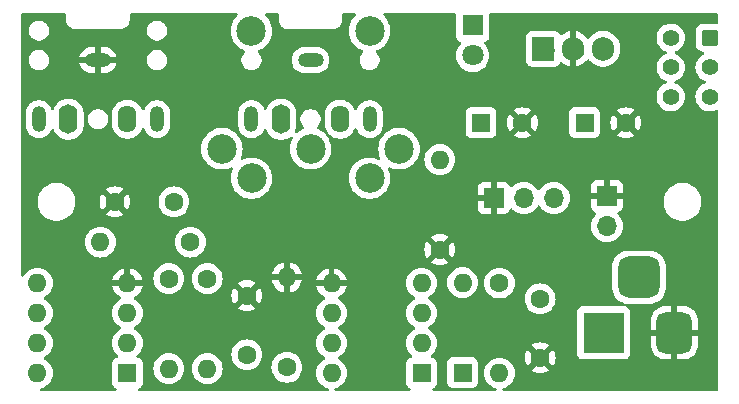
<source format=gbr>
%TF.GenerationSoftware,KiCad,Pcbnew,8.0.3*%
%TF.CreationDate,2024-06-27T15:05:59+01:00*%
%TF.ProjectId,KorgVolcaMIDI,4b6f7267-566f-46c6-9361-4d4944492e6b,rev?*%
%TF.SameCoordinates,Original*%
%TF.FileFunction,Copper,L2,Bot*%
%TF.FilePolarity,Positive*%
%FSLAX46Y46*%
G04 Gerber Fmt 4.6, Leading zero omitted, Abs format (unit mm)*
G04 Created by KiCad (PCBNEW 8.0.3) date 2024-06-27 15:05:59*
%MOMM*%
%LPD*%
G01*
G04 APERTURE LIST*
G04 Aperture macros list*
%AMRoundRect*
0 Rectangle with rounded corners*
0 $1 Rounding radius*
0 $2 $3 $4 $5 $6 $7 $8 $9 X,Y pos of 4 corners*
0 Add a 4 corners polygon primitive as box body*
4,1,4,$2,$3,$4,$5,$6,$7,$8,$9,$2,$3,0*
0 Add four circle primitives for the rounded corners*
1,1,$1+$1,$2,$3*
1,1,$1+$1,$4,$5*
1,1,$1+$1,$6,$7*
1,1,$1+$1,$8,$9*
0 Add four rect primitives between the rounded corners*
20,1,$1+$1,$2,$3,$4,$5,0*
20,1,$1+$1,$4,$5,$6,$7,0*
20,1,$1+$1,$6,$7,$8,$9,0*
20,1,$1+$1,$8,$9,$2,$3,0*%
G04 Aperture macros list end*
%TA.AperFunction,ComponentPad*%
%ADD10R,1.700000X1.700000*%
%TD*%
%TA.AperFunction,ComponentPad*%
%ADD11O,1.700000X1.700000*%
%TD*%
%TA.AperFunction,ComponentPad*%
%ADD12C,1.600000*%
%TD*%
%TA.AperFunction,ComponentPad*%
%ADD13RoundRect,0.250000X-0.450000X0.450000X-0.450000X-0.450000X0.450000X-0.450000X0.450000X0.450000X0*%
%TD*%
%TA.AperFunction,ComponentPad*%
%ADD14C,1.400000*%
%TD*%
%TA.AperFunction,ComponentPad*%
%ADD15R,3.500000X3.500000*%
%TD*%
%TA.AperFunction,ComponentPad*%
%ADD16RoundRect,0.750000X0.750000X1.000000X-0.750000X1.000000X-0.750000X-1.000000X0.750000X-1.000000X0*%
%TD*%
%TA.AperFunction,ComponentPad*%
%ADD17RoundRect,0.875000X0.875000X0.875000X-0.875000X0.875000X-0.875000X-0.875000X0.875000X-0.875000X0*%
%TD*%
%TA.AperFunction,ComponentPad*%
%ADD18R,1.905000X2.000000*%
%TD*%
%TA.AperFunction,ComponentPad*%
%ADD19O,1.905000X2.000000*%
%TD*%
%TA.AperFunction,ComponentPad*%
%ADD20R,1.600000X1.600000*%
%TD*%
%TA.AperFunction,ComponentPad*%
%ADD21O,1.600000X1.600000*%
%TD*%
%TA.AperFunction,ComponentPad*%
%ADD22O,1.600000X2.500000*%
%TD*%
%TA.AperFunction,ComponentPad*%
%ADD23O,1.200000X2.200000*%
%TD*%
%TA.AperFunction,ComponentPad*%
%ADD24O,2.200000X1.200000*%
%TD*%
%TA.AperFunction,ComponentPad*%
%ADD25O,1.600000X2.300000*%
%TD*%
%TA.AperFunction,ComponentPad*%
%ADD26C,2.499360*%
%TD*%
%TA.AperFunction,WasherPad*%
%ADD27C,2.499360*%
%TD*%
%TA.AperFunction,ComponentPad*%
%ADD28R,1.800000X1.800000*%
%TD*%
%TA.AperFunction,ComponentPad*%
%ADD29C,1.800000*%
%TD*%
%TA.AperFunction,Conductor*%
%ADD30C,0.600000*%
%TD*%
G04 APERTURE END LIST*
D10*
%TO.P,J5,1,Pin_1*%
%TO.N,GND*%
X140515000Y-66160000D03*
D11*
%TO.P,J5,2,Pin_2*%
%TO.N,+5V*%
X143055000Y-66160000D03*
%TO.P,J5,3,Pin_3*%
%TO.N,Net-(J5-Pin_3)*%
X145595000Y-66160000D03*
%TD*%
D12*
%TO.P,C5,1*%
%TO.N,+5V*%
X144440000Y-74700000D03*
%TO.P,C5,2*%
%TO.N,GND*%
X144440000Y-79700000D03*
%TD*%
D13*
%TO.P,S1,1*%
%TO.N,/PWR_IN*%
X158800000Y-52610000D03*
D14*
%TO.P,S1,2*%
%TO.N,Net-(J4-Pin_2)*%
X158800000Y-55110000D03*
%TO.P,S1,3*%
%TO.N,unconnected-(S1-Pad3)*%
X158800000Y-57610000D03*
%TO.P,S1,4*%
%TO.N,N/C*%
X155500000Y-57610000D03*
%TO.P,S1,5*%
X155500000Y-55110000D03*
%TO.P,S1,6*%
X155500000Y-52610000D03*
%TD*%
D15*
%TO.P,J6,1*%
%TO.N,Net-(J4-Pin_2)*%
X149810000Y-77580000D03*
D16*
%TO.P,J6,2*%
%TO.N,GND*%
X155810000Y-77580000D03*
D17*
%TO.P,J6,3*%
%TO.N,N/C*%
X152810000Y-72880000D03*
%TD*%
D18*
%TO.P,U3,1,IN*%
%TO.N,/PWR_IN*%
X144690000Y-53540000D03*
D19*
%TO.P,U3,2,GND*%
%TO.N,GND*%
X147230000Y-53540000D03*
%TO.P,U3,3,OUT*%
%TO.N,Net-(J5-Pin_3)*%
X149770000Y-53540000D03*
%TD*%
D20*
%TO.P,U2,1,NC*%
%TO.N,unconnected-(U2-NC-Pad1)*%
X134400000Y-81000000D03*
D21*
%TO.P,U2,2,C1*%
%TO.N,Net-(D1-K)*%
X134400000Y-78460000D03*
%TO.P,U2,3,C2*%
%TO.N,Net-(D1-A)*%
X134400000Y-75920000D03*
%TO.P,U2,4,NC*%
%TO.N,unconnected-(U2-NC-Pad4)*%
X134400000Y-73380000D03*
%TO.P,U2,5,GND*%
%TO.N,GND*%
X126780000Y-73380000D03*
%TO.P,U2,6,VO2*%
%TO.N,/RX*%
X126780000Y-75920000D03*
%TO.P,U2,7,VO1*%
%TO.N,Net-(U2-VO1)*%
X126780000Y-78460000D03*
%TO.P,U2,8,VCC*%
%TO.N,+5V*%
X126780000Y-81000000D03*
%TD*%
D20*
%TO.P,U1,1,~{RESET}/PB5*%
%TO.N,unconnected-(U1-~{RESET}{slash}PB5-Pad1)*%
X109500000Y-81000000D03*
D21*
%TO.P,U1,2,XTAL1/PB3*%
%TO.N,/RX*%
X109500000Y-78460000D03*
%TO.P,U1,3,XTAL2/PB4*%
%TO.N,unconnected-(U1-XTAL2{slash}PB4-Pad3)*%
X109500000Y-75920000D03*
%TO.P,U1,4,GND*%
%TO.N,GND*%
X109500000Y-73380000D03*
%TO.P,U1,5,AREF/PB0*%
%TO.N,/TRIGGER*%
X101880000Y-73380000D03*
%TO.P,U1,6,PB1*%
%TO.N,/CV*%
X101880000Y-75920000D03*
%TO.P,U1,7,PB2*%
%TO.N,/GATE*%
X101880000Y-78460000D03*
%TO.P,U1,8,VCC*%
%TO.N,+5V*%
X101880000Y-81000000D03*
%TD*%
D12*
%TO.P,R5,1*%
%TO.N,Net-(C2-Pad1)*%
X114830000Y-69910000D03*
D21*
%TO.P,R5,2*%
%TO.N,/CV*%
X107210000Y-69910000D03*
%TD*%
D12*
%TO.P,R4,1*%
%TO.N,Net-(J3-PadT)*%
X116260000Y-73000000D03*
D21*
%TO.P,R4,2*%
%TO.N,/GATE*%
X116260000Y-80620000D03*
%TD*%
D12*
%TO.P,R3,1*%
%TO.N,Net-(U2-VO1)*%
X123000000Y-80500000D03*
D21*
%TO.P,R3,2*%
%TO.N,GND*%
X123000000Y-72880000D03*
%TD*%
D12*
%TO.P,R2,1*%
%TO.N,/RX*%
X113000000Y-73000000D03*
D21*
%TO.P,R2,2*%
%TO.N,+5V*%
X113000000Y-80620000D03*
%TD*%
D12*
%TO.P,R1,1*%
%TO.N,Net-(J1-Pad4)*%
X141000000Y-73380000D03*
D21*
%TO.P,R1,2*%
%TO.N,Net-(D1-K)*%
X141000000Y-81000000D03*
%TD*%
D10*
%TO.P,J4,1,Pin_1*%
%TO.N,GND*%
X150085000Y-66020000D03*
D11*
%TO.P,J4,2,Pin_2*%
%TO.N,Net-(J4-Pin_2)*%
X150085000Y-68560000D03*
%TD*%
D22*
%TO.P,J3,TN*%
%TO.N,N/C*%
X104500000Y-59500000D03*
D23*
%TO.P,J3,T*%
%TO.N,Net-(J3-PadT)*%
X102000000Y-59500000D03*
D24*
%TO.P,J3,S*%
%TO.N,GND*%
X107000000Y-54500000D03*
D25*
%TO.P,J3,RN*%
%TO.N,N/C*%
X109500000Y-59500000D03*
D23*
%TO.P,J3,R*%
%TO.N,Net-(C2-Pad1)*%
X112000000Y-59500000D03*
%TD*%
%TO.P,J2,R*%
%TO.N,Net-(J1-Pad4)*%
X130000000Y-59500000D03*
D25*
%TO.P,J2,RN*%
%TO.N,N/C*%
X127500000Y-59500000D03*
D24*
%TO.P,J2,S*%
%TO.N,unconnected-(J2-PadS)*%
X125000000Y-54500000D03*
D23*
%TO.P,J2,T*%
%TO.N,Net-(D1-A)*%
X120000000Y-59500000D03*
D22*
%TO.P,J2,TN*%
%TO.N,N/C*%
X122500000Y-59500000D03*
%TD*%
D26*
%TO.P,J1,3*%
%TO.N,unconnected-(J1-Pad3)*%
X132498080Y-61997200D03*
%TO.P,J1,4*%
%TO.N,Net-(J1-Pad4)*%
X120003820Y-64499100D03*
%TO.P,J1,2*%
%TO.N,unconnected-(J1-Pad2)*%
X125000000Y-61999740D03*
%TO.P,J1,1*%
%TO.N,unconnected-(J1-Pad1)*%
X117501920Y-61997200D03*
%TO.P,J1,5*%
%TO.N,Net-(D1-A)*%
X129996180Y-64499100D03*
D27*
%TO.P,J1,*%
%TO.N,*%
X119998740Y-52002300D03*
X130001260Y-52002300D03*
%TD*%
D28*
%TO.P,D2,1,K*%
%TO.N,Net-(D2-K)*%
X138730000Y-51565000D03*
D29*
%TO.P,D2,2,A*%
%TO.N,+5V*%
X138730000Y-54105000D03*
%TD*%
D20*
%TO.P,D1,1,K*%
%TO.N,Net-(D1-K)*%
X137870000Y-80950000D03*
D21*
%TO.P,D1,2,A*%
%TO.N,Net-(D1-A)*%
X137870000Y-73330000D03*
%TD*%
D20*
%TO.P,C4,1*%
%TO.N,+5V*%
X139440000Y-59800000D03*
D12*
%TO.P,C4,2*%
%TO.N,GND*%
X142940000Y-59800000D03*
%TD*%
D20*
%TO.P,C3,1*%
%TO.N,/PWR_IN*%
X148200000Y-59800000D03*
D12*
%TO.P,C3,2*%
%TO.N,GND*%
X151700000Y-59800000D03*
%TD*%
%TO.P,C2,1*%
%TO.N,Net-(C2-Pad1)*%
X113440000Y-66490000D03*
%TO.P,C2,2*%
%TO.N,GND*%
X108440000Y-66490000D03*
%TD*%
%TO.P,C1,1*%
%TO.N,+5V*%
X119610000Y-79440000D03*
%TO.P,C1,2*%
%TO.N,GND*%
X119610000Y-74440000D03*
%TD*%
D21*
%TO.P,R6,2*%
%TO.N,Net-(D2-K)*%
X135950000Y-62920000D03*
D12*
%TO.P,R6,1*%
%TO.N,GND*%
X135950000Y-70540000D03*
%TD*%
D30*
%TO.N,/PWR_IN*%
X145270000Y-53505000D02*
X145402500Y-53637500D01*
%TO.N,GND*%
X147810000Y-53505000D02*
X147810000Y-53917500D01*
%TD*%
%TA.AperFunction,Conductor*%
%TO.N,GND*%
G36*
X104242539Y-50520185D02*
G01*
X104288294Y-50572989D01*
X104299500Y-50624500D01*
X104299500Y-51088695D01*
X104334103Y-51262658D01*
X104334106Y-51262667D01*
X104401983Y-51426540D01*
X104401990Y-51426553D01*
X104500535Y-51574034D01*
X104500538Y-51574038D01*
X104625961Y-51699461D01*
X104625965Y-51699464D01*
X104773446Y-51798009D01*
X104773459Y-51798016D01*
X104876432Y-51840668D01*
X104937334Y-51865894D01*
X104937336Y-51865894D01*
X104937341Y-51865896D01*
X105111304Y-51900499D01*
X105111307Y-51900500D01*
X105111309Y-51900500D01*
X108888693Y-51900500D01*
X108888694Y-51900499D01*
X108946682Y-51888964D01*
X109062658Y-51865896D01*
X109062661Y-51865894D01*
X109062666Y-51865894D01*
X109226547Y-51798013D01*
X109374035Y-51699464D01*
X109499464Y-51574035D01*
X109598013Y-51426547D01*
X109665894Y-51262666D01*
X109669151Y-51246295D01*
X109700499Y-51088695D01*
X109700500Y-51088693D01*
X109700500Y-50624500D01*
X109720185Y-50557461D01*
X109772989Y-50511706D01*
X109824500Y-50500500D01*
X113434108Y-50500500D01*
X118434108Y-50500500D01*
X118728208Y-50500500D01*
X118795247Y-50520185D01*
X118841002Y-50572989D01*
X118850946Y-50642147D01*
X118821921Y-50705703D01*
X118812554Y-50715393D01*
X118778188Y-50747280D01*
X118712170Y-50808535D01*
X118712169Y-50808537D01*
X118548618Y-51013624D01*
X118417460Y-51240795D01*
X118321625Y-51484976D01*
X118263254Y-51740722D01*
X118263253Y-51740727D01*
X118243652Y-52002295D01*
X118243652Y-52002304D01*
X118263253Y-52263872D01*
X118263254Y-52263877D01*
X118321625Y-52519623D01*
X118417460Y-52763804D01*
X118417459Y-52763804D01*
X118467513Y-52850499D01*
X118548618Y-52990976D01*
X118712169Y-53196063D01*
X118904461Y-53374483D01*
X119121196Y-53522251D01*
X119121201Y-53522253D01*
X119121202Y-53522254D01*
X119121203Y-53522255D01*
X119224761Y-53572125D01*
X119357534Y-53636065D01*
X119392926Y-53646982D01*
X119451184Y-53685550D01*
X119479342Y-53749495D01*
X119468460Y-53818512D01*
X119444058Y-53853153D01*
X119339373Y-53957838D01*
X119246295Y-54097139D01*
X119182184Y-54251917D01*
X119182182Y-54251925D01*
X119149500Y-54416228D01*
X119149500Y-54583771D01*
X119182182Y-54748074D01*
X119182184Y-54748082D01*
X119246295Y-54902860D01*
X119339373Y-55042162D01*
X119457837Y-55160626D01*
X119550494Y-55222537D01*
X119597137Y-55253703D01*
X119751918Y-55317816D01*
X119916228Y-55350499D01*
X119916232Y-55350500D01*
X119916233Y-55350500D01*
X120083768Y-55350500D01*
X120083769Y-55350499D01*
X120248082Y-55317816D01*
X120402863Y-55253703D01*
X120542162Y-55160626D01*
X120660626Y-55042162D01*
X120753703Y-54902863D01*
X120817816Y-54748082D01*
X120850500Y-54583767D01*
X120850500Y-54416233D01*
X120849934Y-54413389D01*
X123399500Y-54413389D01*
X123399500Y-54586611D01*
X123403726Y-54613291D01*
X123416791Y-54695786D01*
X123426598Y-54757701D01*
X123480065Y-54922255D01*
X123480128Y-54922447D01*
X123541125Y-55042162D01*
X123558768Y-55076788D01*
X123660586Y-55216928D01*
X123783072Y-55339414D01*
X123923212Y-55441232D01*
X124077555Y-55519873D01*
X124242299Y-55573402D01*
X124413389Y-55600500D01*
X124413390Y-55600500D01*
X125586610Y-55600500D01*
X125586611Y-55600500D01*
X125757701Y-55573402D01*
X125922445Y-55519873D01*
X126076788Y-55441232D01*
X126216928Y-55339414D01*
X126339414Y-55216928D01*
X126441232Y-55076788D01*
X126519873Y-54922445D01*
X126573402Y-54757701D01*
X126600500Y-54586611D01*
X126600500Y-54413389D01*
X126573402Y-54242299D01*
X126519873Y-54077555D01*
X126441232Y-53923212D01*
X126339414Y-53783072D01*
X126216928Y-53660586D01*
X126076788Y-53558768D01*
X125922445Y-53480127D01*
X125757701Y-53426598D01*
X125757699Y-53426597D01*
X125757698Y-53426597D01*
X125615042Y-53404003D01*
X125586611Y-53399500D01*
X124413389Y-53399500D01*
X124384958Y-53404003D01*
X124242302Y-53426597D01*
X124077552Y-53480128D01*
X123923211Y-53558768D01*
X123849382Y-53612409D01*
X123783072Y-53660586D01*
X123783070Y-53660588D01*
X123783069Y-53660588D01*
X123660588Y-53783069D01*
X123660588Y-53783070D01*
X123660586Y-53783072D01*
X123635269Y-53817918D01*
X123558768Y-53923211D01*
X123480128Y-54077552D01*
X123426597Y-54242302D01*
X123411710Y-54336297D01*
X123399500Y-54413389D01*
X120849934Y-54413389D01*
X120817816Y-54251918D01*
X120767779Y-54131119D01*
X120753704Y-54097139D01*
X120740618Y-54077555D01*
X120709347Y-54030754D01*
X120660626Y-53957837D01*
X120555348Y-53852559D01*
X120521863Y-53791236D01*
X120526847Y-53721544D01*
X120568719Y-53665611D01*
X120606473Y-53646390D01*
X120639946Y-53636065D01*
X120799569Y-53559195D01*
X120876276Y-53522255D01*
X120876276Y-53522254D01*
X120876284Y-53522251D01*
X121093019Y-53374483D01*
X121285311Y-53196063D01*
X121448862Y-52990976D01*
X121580020Y-52763804D01*
X121640384Y-52609999D01*
X121675854Y-52519623D01*
X121705287Y-52390665D01*
X121734225Y-52263882D01*
X121734226Y-52263872D01*
X121753828Y-52002304D01*
X121753828Y-52002295D01*
X121734226Y-51740727D01*
X121734225Y-51740722D01*
X121734225Y-51740718D01*
X121686302Y-51530753D01*
X121675854Y-51484976D01*
X121600338Y-51292566D01*
X121580020Y-51240796D01*
X121580019Y-51240795D01*
X121580020Y-51240795D01*
X121492202Y-51088691D01*
X121448862Y-51013624D01*
X121285311Y-50808537D01*
X121184930Y-50715397D01*
X121149176Y-50655371D01*
X121151551Y-50585541D01*
X121191301Y-50528081D01*
X121255807Y-50501233D01*
X121269272Y-50500500D01*
X122175500Y-50500500D01*
X122242539Y-50520185D01*
X122288294Y-50572989D01*
X122299500Y-50624500D01*
X122299500Y-51088695D01*
X122334103Y-51262658D01*
X122334106Y-51262667D01*
X122401983Y-51426540D01*
X122401990Y-51426553D01*
X122500535Y-51574034D01*
X122500538Y-51574038D01*
X122625961Y-51699461D01*
X122625965Y-51699464D01*
X122773446Y-51798009D01*
X122773459Y-51798016D01*
X122876432Y-51840668D01*
X122937334Y-51865894D01*
X122937336Y-51865894D01*
X122937341Y-51865896D01*
X123111304Y-51900499D01*
X123111307Y-51900500D01*
X123111309Y-51900500D01*
X126888693Y-51900500D01*
X126888694Y-51900499D01*
X126946682Y-51888964D01*
X127062658Y-51865896D01*
X127062661Y-51865894D01*
X127062666Y-51865894D01*
X127226547Y-51798013D01*
X127374035Y-51699464D01*
X127499464Y-51574035D01*
X127598013Y-51426547D01*
X127665894Y-51262666D01*
X127669151Y-51246295D01*
X127700499Y-51088695D01*
X127700500Y-51088693D01*
X127700500Y-50624500D01*
X127720185Y-50557461D01*
X127772989Y-50511706D01*
X127824500Y-50500500D01*
X128730728Y-50500500D01*
X128797767Y-50520185D01*
X128843522Y-50572989D01*
X128853466Y-50642147D01*
X128824441Y-50705703D01*
X128815074Y-50715393D01*
X128780708Y-50747280D01*
X128714690Y-50808535D01*
X128714689Y-50808537D01*
X128551138Y-51013624D01*
X128419980Y-51240795D01*
X128324145Y-51484976D01*
X128265774Y-51740722D01*
X128265773Y-51740727D01*
X128246172Y-52002295D01*
X128246172Y-52002304D01*
X128265773Y-52263872D01*
X128265774Y-52263877D01*
X128324145Y-52519623D01*
X128419980Y-52763804D01*
X128419979Y-52763804D01*
X128470033Y-52850499D01*
X128551138Y-52990976D01*
X128714689Y-53196063D01*
X128906981Y-53374483D01*
X129123716Y-53522251D01*
X129123721Y-53522253D01*
X129123722Y-53522254D01*
X129123723Y-53522255D01*
X129227281Y-53572125D01*
X129360054Y-53636065D01*
X129393520Y-53646388D01*
X129451778Y-53684957D01*
X129479936Y-53748901D01*
X129469054Y-53817918D01*
X129444652Y-53852559D01*
X129339373Y-53957838D01*
X129246295Y-54097139D01*
X129182184Y-54251917D01*
X129182182Y-54251925D01*
X129149500Y-54416228D01*
X129149500Y-54583771D01*
X129182182Y-54748074D01*
X129182184Y-54748082D01*
X129246295Y-54902860D01*
X129339373Y-55042162D01*
X129457837Y-55160626D01*
X129550494Y-55222537D01*
X129597137Y-55253703D01*
X129751918Y-55317816D01*
X129916228Y-55350499D01*
X129916232Y-55350500D01*
X129916233Y-55350500D01*
X130083768Y-55350500D01*
X130083769Y-55350499D01*
X130248082Y-55317816D01*
X130402863Y-55253703D01*
X130542162Y-55160626D01*
X130660626Y-55042162D01*
X130753703Y-54902863D01*
X130817816Y-54748082D01*
X130850500Y-54583767D01*
X130850500Y-54416233D01*
X130817816Y-54251918D01*
X130767779Y-54131119D01*
X130753704Y-54097139D01*
X130740618Y-54077555D01*
X130709347Y-54030754D01*
X130660626Y-53957837D01*
X130555942Y-53853153D01*
X130522457Y-53791830D01*
X130527441Y-53722138D01*
X130569313Y-53666205D01*
X130607066Y-53646984D01*
X130642466Y-53636065D01*
X130878804Y-53522251D01*
X131095539Y-53374483D01*
X131287831Y-53196063D01*
X131451382Y-52990976D01*
X131582540Y-52763804D01*
X131642904Y-52609999D01*
X131678374Y-52519623D01*
X131707807Y-52390665D01*
X131736745Y-52263882D01*
X131736746Y-52263872D01*
X131756348Y-52002304D01*
X131756348Y-52002295D01*
X131736746Y-51740727D01*
X131736745Y-51740722D01*
X131736745Y-51740718D01*
X131688822Y-51530753D01*
X131678374Y-51484976D01*
X131602858Y-51292566D01*
X131582540Y-51240796D01*
X131582539Y-51240795D01*
X131582540Y-51240795D01*
X131494722Y-51088691D01*
X131451382Y-51013624D01*
X131287831Y-50808537D01*
X131187450Y-50715397D01*
X131151696Y-50655371D01*
X131154071Y-50585541D01*
X131193821Y-50528081D01*
X131258327Y-50501233D01*
X131271792Y-50500500D01*
X131434108Y-50500500D01*
X137205500Y-50500500D01*
X137272539Y-50520185D01*
X137318294Y-50572989D01*
X137329500Y-50624500D01*
X137329500Y-52512870D01*
X137329501Y-52512876D01*
X137335908Y-52572483D01*
X137386202Y-52707328D01*
X137386206Y-52707335D01*
X137472452Y-52822544D01*
X137472455Y-52822547D01*
X137587664Y-52908793D01*
X137587673Y-52908798D01*
X137667904Y-52938722D01*
X137723838Y-52980593D01*
X137748256Y-53046057D01*
X137733405Y-53114330D01*
X137715802Y-53138886D01*
X137621019Y-53241849D01*
X137494075Y-53436151D01*
X137400842Y-53648699D01*
X137343866Y-53873691D01*
X137343864Y-53873702D01*
X137324700Y-54104993D01*
X137324700Y-54105006D01*
X137343864Y-54336297D01*
X137343866Y-54336308D01*
X137400842Y-54561300D01*
X137494075Y-54773848D01*
X137621016Y-54968147D01*
X137621019Y-54968151D01*
X137621021Y-54968153D01*
X137778216Y-55138913D01*
X137778219Y-55138915D01*
X137778222Y-55138918D01*
X137961365Y-55281464D01*
X137961371Y-55281468D01*
X137961374Y-55281470D01*
X138165497Y-55391936D01*
X138279487Y-55431068D01*
X138385015Y-55467297D01*
X138385017Y-55467297D01*
X138385019Y-55467298D01*
X138613951Y-55505500D01*
X138613952Y-55505500D01*
X138846048Y-55505500D01*
X138846049Y-55505500D01*
X139074981Y-55467298D01*
X139294503Y-55391936D01*
X139498626Y-55281470D01*
X139681784Y-55138913D01*
X139838979Y-54968153D01*
X139965924Y-54773849D01*
X140059157Y-54561300D01*
X140116134Y-54336305D01*
X140116135Y-54336297D01*
X140135300Y-54105006D01*
X140135300Y-54104993D01*
X140116135Y-53873702D01*
X140116133Y-53873691D01*
X140059157Y-53648699D01*
X139965924Y-53436151D01*
X139838983Y-53241852D01*
X139838980Y-53241849D01*
X139838979Y-53241847D01*
X139744195Y-53138884D01*
X139713275Y-53076232D01*
X139721135Y-53006806D01*
X139765283Y-52952651D01*
X139792095Y-52938722D01*
X139872326Y-52908798D01*
X139872326Y-52908797D01*
X139872331Y-52908796D01*
X139987546Y-52822546D01*
X140073796Y-52707331D01*
X140124091Y-52572483D01*
X140130500Y-52512873D01*
X140130500Y-52492135D01*
X143237000Y-52492135D01*
X143237000Y-54587870D01*
X143237001Y-54587876D01*
X143243408Y-54647483D01*
X143293702Y-54782328D01*
X143293706Y-54782335D01*
X143379952Y-54897544D01*
X143379955Y-54897547D01*
X143495164Y-54983793D01*
X143495171Y-54983797D01*
X143630017Y-55034091D01*
X143630016Y-55034091D01*
X143636944Y-55034835D01*
X143689627Y-55040500D01*
X145690372Y-55040499D01*
X145749983Y-55034091D01*
X145884831Y-54983796D01*
X146000046Y-54897546D01*
X146086296Y-54782331D01*
X146096872Y-54753974D01*
X146138740Y-54698041D01*
X146204204Y-54673622D01*
X146272477Y-54688472D01*
X146285940Y-54696988D01*
X146468723Y-54829788D01*
X146672429Y-54933582D01*
X146889871Y-55004234D01*
X146980000Y-55018509D01*
X146980000Y-54030747D01*
X147017708Y-54052518D01*
X147157591Y-54090000D01*
X147302409Y-54090000D01*
X147442292Y-54052518D01*
X147480000Y-54030747D01*
X147480000Y-55018508D01*
X147570128Y-55004234D01*
X147787570Y-54933582D01*
X147991276Y-54829788D01*
X148176242Y-54695402D01*
X148337905Y-54533739D01*
X148399371Y-54449137D01*
X148454701Y-54406470D01*
X148524314Y-54400491D01*
X148586109Y-54433096D01*
X148600007Y-54449134D01*
X148661714Y-54534066D01*
X148823434Y-54695786D01*
X149008462Y-54830217D01*
X149140599Y-54897544D01*
X149212244Y-54934049D01*
X149429751Y-55004721D01*
X149429752Y-55004721D01*
X149429755Y-55004722D01*
X149655646Y-55040500D01*
X149655647Y-55040500D01*
X149884353Y-55040500D01*
X149884354Y-55040500D01*
X150110245Y-55004722D01*
X150110248Y-55004721D01*
X150110249Y-55004721D01*
X150327755Y-54934049D01*
X150327755Y-54934048D01*
X150327758Y-54934048D01*
X150531538Y-54830217D01*
X150716566Y-54695786D01*
X150878286Y-54534066D01*
X151012717Y-54349038D01*
X151116548Y-54145258D01*
X151146681Y-54052518D01*
X151187221Y-53927749D01*
X151187221Y-53927748D01*
X151187222Y-53927745D01*
X151223000Y-53701854D01*
X151223000Y-53378146D01*
X151187222Y-53152255D01*
X151187221Y-53152251D01*
X151187221Y-53152250D01*
X151116549Y-52934744D01*
X151103326Y-52908793D01*
X151012717Y-52730962D01*
X150924832Y-52609999D01*
X154294357Y-52609999D01*
X154294357Y-52610000D01*
X154314884Y-52831535D01*
X154314885Y-52831537D01*
X154375769Y-53045523D01*
X154375775Y-53045538D01*
X154474938Y-53244683D01*
X154474943Y-53244691D01*
X154609020Y-53422238D01*
X154773437Y-53572123D01*
X154773439Y-53572125D01*
X154962595Y-53689245D01*
X154962596Y-53689245D01*
X154962599Y-53689247D01*
X155104898Y-53744374D01*
X155160298Y-53786946D01*
X155183889Y-53852713D01*
X155168178Y-53920793D01*
X155118154Y-53969572D01*
X155104906Y-53975622D01*
X155003118Y-54015056D01*
X154962601Y-54030752D01*
X154962595Y-54030754D01*
X154773439Y-54147874D01*
X154773437Y-54147876D01*
X154609020Y-54297761D01*
X154474943Y-54475308D01*
X154474938Y-54475316D01*
X154375775Y-54674461D01*
X154375769Y-54674476D01*
X154314885Y-54888462D01*
X154314884Y-54888464D01*
X154294357Y-55109999D01*
X154294357Y-55110000D01*
X154314884Y-55331535D01*
X154314885Y-55331537D01*
X154375769Y-55545523D01*
X154375775Y-55545538D01*
X154474938Y-55744683D01*
X154474943Y-55744691D01*
X154609020Y-55922238D01*
X154773437Y-56072123D01*
X154773439Y-56072125D01*
X154962595Y-56189245D01*
X154962596Y-56189245D01*
X154962599Y-56189247D01*
X155104898Y-56244374D01*
X155160298Y-56286946D01*
X155183889Y-56352713D01*
X155168178Y-56420793D01*
X155118154Y-56469572D01*
X155104906Y-56475622D01*
X154998693Y-56516769D01*
X154962601Y-56530752D01*
X154962595Y-56530754D01*
X154773439Y-56647874D01*
X154773437Y-56647876D01*
X154609020Y-56797761D01*
X154474943Y-56975308D01*
X154474938Y-56975316D01*
X154375775Y-57174461D01*
X154375769Y-57174476D01*
X154314885Y-57388462D01*
X154314884Y-57388464D01*
X154294357Y-57609999D01*
X154294357Y-57610000D01*
X154314884Y-57831535D01*
X154314885Y-57831537D01*
X154375769Y-58045523D01*
X154375775Y-58045538D01*
X154474938Y-58244683D01*
X154474943Y-58244691D01*
X154609020Y-58422238D01*
X154773437Y-58572123D01*
X154773439Y-58572125D01*
X154962595Y-58689245D01*
X154962596Y-58689245D01*
X154962599Y-58689247D01*
X155170060Y-58769618D01*
X155388757Y-58810500D01*
X155388759Y-58810500D01*
X155611241Y-58810500D01*
X155611243Y-58810500D01*
X155829940Y-58769618D01*
X156037401Y-58689247D01*
X156226562Y-58572124D01*
X156366282Y-58444751D01*
X156390979Y-58422238D01*
X156431644Y-58368390D01*
X156525058Y-58244689D01*
X156624229Y-58045528D01*
X156685115Y-57831536D01*
X156705643Y-57610000D01*
X156685115Y-57388464D01*
X156624229Y-57174472D01*
X156624224Y-57174461D01*
X156525061Y-56975316D01*
X156525056Y-56975308D01*
X156390979Y-56797761D01*
X156226562Y-56647876D01*
X156226560Y-56647874D01*
X156037404Y-56530754D01*
X156037395Y-56530750D01*
X155965560Y-56502921D01*
X155895101Y-56475625D01*
X155839701Y-56433054D01*
X155816110Y-56367288D01*
X155831821Y-56299207D01*
X155881844Y-56250428D01*
X155895093Y-56244377D01*
X156037401Y-56189247D01*
X156226562Y-56072124D01*
X156390981Y-55922236D01*
X156525058Y-55744689D01*
X156624229Y-55545528D01*
X156685115Y-55331536D01*
X156705643Y-55110000D01*
X156695842Y-55004234D01*
X156685115Y-54888464D01*
X156685114Y-54888462D01*
X156654918Y-54782335D01*
X156624229Y-54674472D01*
X156623806Y-54673622D01*
X156525061Y-54475316D01*
X156525056Y-54475308D01*
X156390979Y-54297761D01*
X156226562Y-54147876D01*
X156226560Y-54147874D01*
X156037404Y-54030754D01*
X156037395Y-54030750D01*
X155965560Y-54002921D01*
X155895101Y-53975625D01*
X155839701Y-53933054D01*
X155816110Y-53867288D01*
X155831821Y-53799207D01*
X155881844Y-53750428D01*
X155895093Y-53744377D01*
X156037401Y-53689247D01*
X156226562Y-53572124D01*
X156390981Y-53422236D01*
X156525058Y-53244689D01*
X156624229Y-53045528D01*
X156685115Y-52831536D01*
X156705643Y-52610000D01*
X156699736Y-52546257D01*
X156685115Y-52388464D01*
X156685114Y-52388462D01*
X156684014Y-52384597D01*
X156624229Y-52174472D01*
X156624224Y-52174461D01*
X156525061Y-51975316D01*
X156525056Y-51975308D01*
X156390979Y-51797761D01*
X156226562Y-51647876D01*
X156226560Y-51647874D01*
X156037404Y-51530754D01*
X156037398Y-51530752D01*
X155829940Y-51450382D01*
X155611243Y-51409500D01*
X155388757Y-51409500D01*
X155170060Y-51450382D01*
X155080763Y-51484976D01*
X154962601Y-51530752D01*
X154962595Y-51530754D01*
X154773439Y-51647874D01*
X154773437Y-51647876D01*
X154609020Y-51797761D01*
X154474943Y-51975308D01*
X154474938Y-51975316D01*
X154375775Y-52174461D01*
X154375769Y-52174476D01*
X154314885Y-52388462D01*
X154314884Y-52388464D01*
X154294357Y-52609999D01*
X150924832Y-52609999D01*
X150878286Y-52545934D01*
X150716566Y-52384214D01*
X150531538Y-52249783D01*
X150528184Y-52248074D01*
X150327755Y-52145950D01*
X150110248Y-52075278D01*
X149924812Y-52045908D01*
X149884354Y-52039500D01*
X149655646Y-52039500D01*
X149615188Y-52045908D01*
X149429753Y-52075278D01*
X149429750Y-52075278D01*
X149212244Y-52145950D01*
X149008461Y-52249783D01*
X148942550Y-52297671D01*
X148823434Y-52384214D01*
X148823432Y-52384216D01*
X148823431Y-52384216D01*
X148661716Y-52545931D01*
X148661709Y-52545940D01*
X148600007Y-52630864D01*
X148544677Y-52673530D01*
X148475063Y-52679508D01*
X148413269Y-52646901D01*
X148399372Y-52630863D01*
X148337907Y-52546263D01*
X148337902Y-52546257D01*
X148176242Y-52384597D01*
X147991276Y-52250211D01*
X147787568Y-52146417D01*
X147570124Y-52075765D01*
X147480000Y-52061490D01*
X147480000Y-53049252D01*
X147442292Y-53027482D01*
X147302409Y-52990000D01*
X147157591Y-52990000D01*
X147017708Y-53027482D01*
X146980000Y-53049252D01*
X146980000Y-52061490D01*
X146979999Y-52061490D01*
X146889875Y-52075765D01*
X146672431Y-52146417D01*
X146468720Y-52250213D01*
X146285939Y-52383011D01*
X146220133Y-52406491D01*
X146152079Y-52390665D01*
X146103384Y-52340560D01*
X146096875Y-52326033D01*
X146086296Y-52297669D01*
X146086293Y-52297664D01*
X146000047Y-52182455D01*
X146000044Y-52182452D01*
X145884835Y-52096206D01*
X145884828Y-52096202D01*
X145749982Y-52045908D01*
X145749983Y-52045908D01*
X145690383Y-52039501D01*
X145690381Y-52039500D01*
X145690373Y-52039500D01*
X145690364Y-52039500D01*
X143689629Y-52039500D01*
X143689623Y-52039501D01*
X143630016Y-52045908D01*
X143495171Y-52096202D01*
X143495164Y-52096206D01*
X143379955Y-52182452D01*
X143379952Y-52182455D01*
X143293706Y-52297664D01*
X143293702Y-52297671D01*
X143243408Y-52432517D01*
X143237001Y-52492116D01*
X143237000Y-52492135D01*
X140130500Y-52492135D01*
X140130499Y-50624499D01*
X140150184Y-50557461D01*
X140202987Y-50511706D01*
X140254499Y-50500500D01*
X159375500Y-50500500D01*
X159442539Y-50520185D01*
X159488294Y-50572989D01*
X159499500Y-50624500D01*
X159499500Y-51292566D01*
X159479815Y-51359605D01*
X159427011Y-51405360D01*
X159362899Y-51415924D01*
X159300012Y-51409500D01*
X158299998Y-51409500D01*
X158299980Y-51409501D01*
X158197203Y-51420000D01*
X158197200Y-51420001D01*
X158030668Y-51475185D01*
X158030663Y-51475187D01*
X157881342Y-51567289D01*
X157757289Y-51691342D01*
X157665187Y-51840663D01*
X157665185Y-51840668D01*
X157637349Y-51924670D01*
X157610001Y-52007203D01*
X157610001Y-52007204D01*
X157610000Y-52007204D01*
X157599500Y-52109983D01*
X157599500Y-53110001D01*
X157599501Y-53110019D01*
X157610000Y-53212796D01*
X157610001Y-53212799D01*
X157663578Y-53374482D01*
X157665186Y-53379334D01*
X157757288Y-53528656D01*
X157881344Y-53652712D01*
X158030666Y-53744814D01*
X158197203Y-53799999D01*
X158210849Y-53801393D01*
X158275541Y-53827788D01*
X158315694Y-53884968D01*
X158318558Y-53954779D01*
X158283225Y-54015056D01*
X158263527Y-54030178D01*
X158073436Y-54147877D01*
X157909020Y-54297761D01*
X157774943Y-54475308D01*
X157774938Y-54475316D01*
X157675775Y-54674461D01*
X157675769Y-54674476D01*
X157614885Y-54888462D01*
X157614884Y-54888464D01*
X157594357Y-55109999D01*
X157594357Y-55110000D01*
X157614884Y-55331535D01*
X157614885Y-55331537D01*
X157675769Y-55545523D01*
X157675775Y-55545538D01*
X157774938Y-55744683D01*
X157774943Y-55744691D01*
X157909020Y-55922238D01*
X158073437Y-56072123D01*
X158073439Y-56072125D01*
X158262595Y-56189245D01*
X158262596Y-56189245D01*
X158262599Y-56189247D01*
X158404898Y-56244374D01*
X158460298Y-56286946D01*
X158483889Y-56352713D01*
X158468178Y-56420793D01*
X158418154Y-56469572D01*
X158404906Y-56475622D01*
X158298693Y-56516769D01*
X158262601Y-56530752D01*
X158262595Y-56530754D01*
X158073439Y-56647874D01*
X158073437Y-56647876D01*
X157909020Y-56797761D01*
X157774943Y-56975308D01*
X157774938Y-56975316D01*
X157675775Y-57174461D01*
X157675769Y-57174476D01*
X157614885Y-57388462D01*
X157614884Y-57388464D01*
X157594357Y-57609999D01*
X157594357Y-57610000D01*
X157614884Y-57831535D01*
X157614885Y-57831537D01*
X157675769Y-58045523D01*
X157675775Y-58045538D01*
X157774938Y-58244683D01*
X157774943Y-58244691D01*
X157909020Y-58422238D01*
X158073437Y-58572123D01*
X158073439Y-58572125D01*
X158262595Y-58689245D01*
X158262596Y-58689245D01*
X158262599Y-58689247D01*
X158470060Y-58769618D01*
X158688757Y-58810500D01*
X158688759Y-58810500D01*
X158911241Y-58810500D01*
X158911243Y-58810500D01*
X159129940Y-58769618D01*
X159330708Y-58691839D01*
X159400329Y-58685978D01*
X159462070Y-58718688D01*
X159496325Y-58779584D01*
X159499500Y-58807467D01*
X159499500Y-82375500D01*
X159479815Y-82442539D01*
X159427011Y-82488294D01*
X159375500Y-82499500D01*
X141370412Y-82499500D01*
X141303373Y-82479815D01*
X141257618Y-82427011D01*
X141247674Y-82357853D01*
X141276699Y-82294297D01*
X141335477Y-82256523D01*
X141338319Y-82255725D01*
X141402558Y-82238511D01*
X141446496Y-82226739D01*
X141652734Y-82130568D01*
X141839139Y-82000047D01*
X142000047Y-81839139D01*
X142130568Y-81652734D01*
X142226739Y-81446496D01*
X142285635Y-81226692D01*
X142305468Y-81000000D01*
X142285635Y-80773308D01*
X142226739Y-80553504D01*
X142130568Y-80347266D01*
X142000047Y-80160861D01*
X142000045Y-80160858D01*
X141839141Y-79999954D01*
X141652734Y-79869432D01*
X141652732Y-79869431D01*
X141446497Y-79773261D01*
X141446488Y-79773258D01*
X141226697Y-79714366D01*
X141226693Y-79714365D01*
X141226692Y-79714365D01*
X141226691Y-79714364D01*
X141226686Y-79714364D01*
X141062468Y-79699997D01*
X143135034Y-79699997D01*
X143135034Y-79700002D01*
X143154858Y-79926599D01*
X143154860Y-79926610D01*
X143213730Y-80146317D01*
X143213735Y-80146331D01*
X143309863Y-80352478D01*
X143360974Y-80425472D01*
X144040000Y-79746446D01*
X144040000Y-79752661D01*
X144067259Y-79854394D01*
X144119920Y-79945606D01*
X144194394Y-80020080D01*
X144285606Y-80072741D01*
X144387339Y-80100000D01*
X144393553Y-80100000D01*
X143714526Y-80779025D01*
X143787513Y-80830132D01*
X143787521Y-80830136D01*
X143993668Y-80926264D01*
X143993682Y-80926269D01*
X144213389Y-80985139D01*
X144213400Y-80985141D01*
X144439998Y-81004966D01*
X144440002Y-81004966D01*
X144666599Y-80985141D01*
X144666610Y-80985139D01*
X144886317Y-80926269D01*
X144886331Y-80926264D01*
X145092478Y-80830136D01*
X145165471Y-80779024D01*
X144486447Y-80100000D01*
X144492661Y-80100000D01*
X144594394Y-80072741D01*
X144685606Y-80020080D01*
X144760080Y-79945606D01*
X144812741Y-79854394D01*
X144840000Y-79752661D01*
X144840000Y-79746447D01*
X145519024Y-80425471D01*
X145570136Y-80352478D01*
X145666264Y-80146331D01*
X145666269Y-80146317D01*
X145725139Y-79926610D01*
X145725141Y-79926599D01*
X145744966Y-79700002D01*
X145744966Y-79699997D01*
X145725141Y-79473400D01*
X145725139Y-79473389D01*
X145666269Y-79253682D01*
X145666264Y-79253668D01*
X145570136Y-79047521D01*
X145570132Y-79047513D01*
X145519025Y-78974526D01*
X144840000Y-79653551D01*
X144840000Y-79647339D01*
X144812741Y-79545606D01*
X144760080Y-79454394D01*
X144685606Y-79379920D01*
X144594394Y-79327259D01*
X144492661Y-79300000D01*
X144486448Y-79300000D01*
X145165472Y-78620974D01*
X145092478Y-78569863D01*
X144886331Y-78473735D01*
X144886317Y-78473730D01*
X144666610Y-78414860D01*
X144666599Y-78414858D01*
X144440002Y-78395034D01*
X144439998Y-78395034D01*
X144213400Y-78414858D01*
X144213389Y-78414860D01*
X143993682Y-78473730D01*
X143993673Y-78473734D01*
X143787516Y-78569866D01*
X143787512Y-78569868D01*
X143714526Y-78620973D01*
X143714526Y-78620974D01*
X144393553Y-79300000D01*
X144387339Y-79300000D01*
X144285606Y-79327259D01*
X144194394Y-79379920D01*
X144119920Y-79454394D01*
X144067259Y-79545606D01*
X144040000Y-79647339D01*
X144040000Y-79653552D01*
X143360974Y-78974526D01*
X143360973Y-78974526D01*
X143309868Y-79047512D01*
X143309866Y-79047516D01*
X143213734Y-79253673D01*
X143213730Y-79253682D01*
X143154860Y-79473389D01*
X143154858Y-79473400D01*
X143135034Y-79699997D01*
X141062468Y-79699997D01*
X141000002Y-79694532D01*
X140999998Y-79694532D01*
X140773313Y-79714364D01*
X140773302Y-79714366D01*
X140553511Y-79773258D01*
X140553502Y-79773261D01*
X140347267Y-79869431D01*
X140347265Y-79869432D01*
X140160858Y-79999954D01*
X139999954Y-80160858D01*
X139869432Y-80347265D01*
X139869431Y-80347267D01*
X139773261Y-80553502D01*
X139773258Y-80553511D01*
X139714366Y-80773302D01*
X139714364Y-80773313D01*
X139694532Y-80999998D01*
X139694532Y-81000001D01*
X139714364Y-81226686D01*
X139714366Y-81226697D01*
X139773258Y-81446488D01*
X139773261Y-81446497D01*
X139869431Y-81652732D01*
X139869432Y-81652734D01*
X139999954Y-81839141D01*
X140160858Y-82000045D01*
X140160861Y-82000047D01*
X140347266Y-82130568D01*
X140553504Y-82226739D01*
X140553509Y-82226740D01*
X140553511Y-82226741D01*
X140661681Y-82255725D01*
X140721342Y-82292090D01*
X140751871Y-82354937D01*
X140743576Y-82424312D01*
X140699091Y-82478190D01*
X140632539Y-82499465D01*
X140629588Y-82499500D01*
X135444048Y-82499500D01*
X135377009Y-82479815D01*
X135331254Y-82427011D01*
X135321310Y-82357853D01*
X135350335Y-82294297D01*
X135400715Y-82259318D01*
X135442328Y-82243797D01*
X135442327Y-82243797D01*
X135442331Y-82243796D01*
X135557546Y-82157546D01*
X135643796Y-82042331D01*
X135694091Y-81907483D01*
X135700500Y-81847873D01*
X135700499Y-80152128D01*
X135695125Y-80102135D01*
X136569500Y-80102135D01*
X136569500Y-81797870D01*
X136569501Y-81797876D01*
X136575908Y-81857483D01*
X136626202Y-81992328D01*
X136626206Y-81992335D01*
X136712452Y-82107544D01*
X136712455Y-82107547D01*
X136827664Y-82193793D01*
X136827671Y-82193797D01*
X136962517Y-82244091D01*
X136962516Y-82244091D01*
X136969444Y-82244835D01*
X137022127Y-82250500D01*
X138717872Y-82250499D01*
X138777483Y-82244091D01*
X138912331Y-82193796D01*
X139027546Y-82107546D01*
X139113796Y-81992331D01*
X139164091Y-81857483D01*
X139170500Y-81797873D01*
X139170499Y-80102128D01*
X139164091Y-80042517D01*
X139136024Y-79967266D01*
X139113797Y-79907671D01*
X139113793Y-79907664D01*
X139027547Y-79792455D01*
X139027544Y-79792452D01*
X138912335Y-79706206D01*
X138912328Y-79706202D01*
X138777482Y-79655908D01*
X138777483Y-79655908D01*
X138717883Y-79649501D01*
X138717881Y-79649500D01*
X138717873Y-79649500D01*
X138717864Y-79649500D01*
X137022129Y-79649500D01*
X137022123Y-79649501D01*
X136962516Y-79655908D01*
X136827671Y-79706202D01*
X136827664Y-79706206D01*
X136712455Y-79792452D01*
X136712452Y-79792455D01*
X136626206Y-79907664D01*
X136626202Y-79907671D01*
X136575908Y-80042517D01*
X136569501Y-80102116D01*
X136569501Y-80102123D01*
X136569500Y-80102135D01*
X135695125Y-80102135D01*
X135694091Y-80092517D01*
X135679558Y-80053553D01*
X135643797Y-79957671D01*
X135643793Y-79957664D01*
X135557547Y-79842455D01*
X135557544Y-79842452D01*
X135442335Y-79756206D01*
X135442328Y-79756202D01*
X135307482Y-79705908D01*
X135307483Y-79705908D01*
X135272404Y-79702137D01*
X135207853Y-79675399D01*
X135168005Y-79618006D01*
X135165512Y-79548181D01*
X135201165Y-79488092D01*
X135214539Y-79477272D01*
X135239140Y-79460046D01*
X135400045Y-79299141D01*
X135400047Y-79299139D01*
X135530568Y-79112734D01*
X135626739Y-78906496D01*
X135685635Y-78686692D01*
X135705468Y-78460000D01*
X135685635Y-78233308D01*
X135626739Y-78013504D01*
X135530568Y-77807266D01*
X135400047Y-77620861D01*
X135400045Y-77620858D01*
X135239141Y-77459954D01*
X135052734Y-77329432D01*
X135052728Y-77329429D01*
X134994725Y-77302382D01*
X134942285Y-77256210D01*
X134923133Y-77189017D01*
X134943348Y-77122135D01*
X134994725Y-77077618D01*
X135052734Y-77050568D01*
X135239139Y-76920047D01*
X135400047Y-76759139D01*
X135530568Y-76572734D01*
X135626739Y-76366496D01*
X135685635Y-76146692D01*
X135705468Y-75920000D01*
X135685635Y-75693308D01*
X135626739Y-75473504D01*
X135530568Y-75267266D01*
X135400047Y-75080861D01*
X135400045Y-75080858D01*
X135239141Y-74919954D01*
X135052734Y-74789432D01*
X135052728Y-74789429D01*
X134994725Y-74762382D01*
X134942285Y-74716210D01*
X134937664Y-74699998D01*
X143134532Y-74699998D01*
X143134532Y-74700001D01*
X143154364Y-74926686D01*
X143154366Y-74926697D01*
X143213258Y-75146488D01*
X143213261Y-75146497D01*
X143309431Y-75352732D01*
X143309432Y-75352734D01*
X143439954Y-75539141D01*
X143600858Y-75700045D01*
X143600861Y-75700047D01*
X143787266Y-75830568D01*
X143993504Y-75926739D01*
X144213308Y-75985635D01*
X144375230Y-75999801D01*
X144439998Y-76005468D01*
X144440000Y-76005468D01*
X144440002Y-76005468D01*
X144496673Y-76000509D01*
X144666692Y-75985635D01*
X144886496Y-75926739D01*
X145092734Y-75830568D01*
X145161904Y-75782135D01*
X147559500Y-75782135D01*
X147559500Y-79377870D01*
X147559501Y-79377876D01*
X147565908Y-79437483D01*
X147616202Y-79572328D01*
X147616206Y-79572335D01*
X147702452Y-79687544D01*
X147702455Y-79687547D01*
X147817664Y-79773793D01*
X147817671Y-79773797D01*
X147952517Y-79824091D01*
X147952516Y-79824091D01*
X147959444Y-79824835D01*
X148012127Y-79830500D01*
X151607872Y-79830499D01*
X151667483Y-79824091D01*
X151802331Y-79773796D01*
X151917546Y-79687546D01*
X152003796Y-79572331D01*
X152054091Y-79437483D01*
X152060500Y-79377873D01*
X152060499Y-76515803D01*
X153810000Y-76515803D01*
X153810000Y-77330000D01*
X155310000Y-77330000D01*
X155310000Y-77830000D01*
X153810001Y-77830000D01*
X153810001Y-78644197D01*
X153820400Y-78776332D01*
X153875377Y-78994519D01*
X153968428Y-79199374D01*
X153968431Y-79199380D01*
X154096559Y-79384323D01*
X154096569Y-79384335D01*
X154255664Y-79543430D01*
X154255676Y-79543440D01*
X154440619Y-79671568D01*
X154440625Y-79671571D01*
X154645480Y-79764622D01*
X154863667Y-79819599D01*
X154995810Y-79829999D01*
X155559999Y-79829999D01*
X155560000Y-79829998D01*
X155560000Y-79013012D01*
X155617007Y-79045925D01*
X155744174Y-79080000D01*
X155875826Y-79080000D01*
X156002993Y-79045925D01*
X156060000Y-79013012D01*
X156060000Y-79829999D01*
X156624182Y-79829999D01*
X156624197Y-79829998D01*
X156756332Y-79819599D01*
X156974519Y-79764622D01*
X157179374Y-79671571D01*
X157179380Y-79671568D01*
X157364323Y-79543440D01*
X157364335Y-79543430D01*
X157523430Y-79384335D01*
X157523440Y-79384323D01*
X157651568Y-79199380D01*
X157651571Y-79199374D01*
X157744622Y-78994519D01*
X157799599Y-78776332D01*
X157809999Y-78644196D01*
X157810000Y-78644184D01*
X157810000Y-77830000D01*
X156310000Y-77830000D01*
X156310000Y-77330000D01*
X157809999Y-77330000D01*
X157809999Y-76515817D01*
X157809998Y-76515802D01*
X157799599Y-76383667D01*
X157744622Y-76165480D01*
X157651571Y-75960625D01*
X157651568Y-75960619D01*
X157523440Y-75775676D01*
X157523430Y-75775664D01*
X157364335Y-75616569D01*
X157364323Y-75616559D01*
X157179380Y-75488431D01*
X157179374Y-75488428D01*
X156974519Y-75395377D01*
X156756332Y-75340400D01*
X156624196Y-75330000D01*
X156060000Y-75330000D01*
X156060000Y-76146988D01*
X156002993Y-76114075D01*
X155875826Y-76080000D01*
X155744174Y-76080000D01*
X155617007Y-76114075D01*
X155560000Y-76146988D01*
X155560000Y-75330000D01*
X154995817Y-75330000D01*
X154995802Y-75330001D01*
X154863667Y-75340400D01*
X154645480Y-75395377D01*
X154440625Y-75488428D01*
X154440619Y-75488431D01*
X154255676Y-75616559D01*
X154255664Y-75616569D01*
X154096569Y-75775664D01*
X154096559Y-75775676D01*
X153968431Y-75960619D01*
X153968428Y-75960625D01*
X153875377Y-76165480D01*
X153820400Y-76383667D01*
X153810000Y-76515803D01*
X152060499Y-76515803D01*
X152060499Y-75782128D01*
X152054091Y-75722517D01*
X152045710Y-75700047D01*
X152003797Y-75587671D01*
X152003793Y-75587664D01*
X151917547Y-75472455D01*
X151917544Y-75472452D01*
X151802335Y-75386206D01*
X151802328Y-75386202D01*
X151755061Y-75368573D01*
X151699127Y-75326702D01*
X151674710Y-75261238D01*
X151689562Y-75192965D01*
X151738967Y-75143559D01*
X151804972Y-75128566D01*
X151818053Y-75129261D01*
X151841349Y-75130499D01*
X151841369Y-75130499D01*
X151841378Y-75130500D01*
X151841386Y-75130500D01*
X153778614Y-75130500D01*
X153778622Y-75130500D01*
X153831241Y-75127705D01*
X154061126Y-75083245D01*
X154280190Y-75000574D01*
X154482132Y-74882070D01*
X154592005Y-74789433D01*
X154661141Y-74731143D01*
X154661143Y-74731141D01*
X154812065Y-74552138D01*
X154812065Y-74552137D01*
X154812070Y-74552132D01*
X154930574Y-74350190D01*
X155013245Y-74131126D01*
X155057705Y-73901241D01*
X155060500Y-73848622D01*
X155060500Y-71911378D01*
X155057705Y-71858759D01*
X155013245Y-71628874D01*
X154930574Y-71409810D01*
X154812070Y-71207868D01*
X154812065Y-71207861D01*
X154661143Y-71028858D01*
X154661141Y-71028856D01*
X154482138Y-70877934D01*
X154482131Y-70877929D01*
X154280189Y-70759425D01*
X154189832Y-70725326D01*
X154061126Y-70676755D01*
X154061121Y-70676754D01*
X153831243Y-70632295D01*
X153778652Y-70629501D01*
X153778629Y-70629500D01*
X153778622Y-70629500D01*
X151841378Y-70629500D01*
X151841370Y-70629500D01*
X151841347Y-70629501D01*
X151788756Y-70632295D01*
X151788755Y-70632295D01*
X151558878Y-70676754D01*
X151558876Y-70676754D01*
X151558874Y-70676755D01*
X151512134Y-70694394D01*
X151339810Y-70759425D01*
X151137868Y-70877929D01*
X151137861Y-70877934D01*
X150958858Y-71028856D01*
X150958856Y-71028858D01*
X150807934Y-71207861D01*
X150807929Y-71207868D01*
X150689425Y-71409810D01*
X150634659Y-71554933D01*
X150606755Y-71628874D01*
X150606754Y-71628876D01*
X150606754Y-71628878D01*
X150562295Y-71858755D01*
X150562295Y-71858756D01*
X150559501Y-71911347D01*
X150559500Y-71911386D01*
X150559500Y-73848613D01*
X150559501Y-73848652D01*
X150562295Y-73901243D01*
X150562295Y-73901244D01*
X150592656Y-74058225D01*
X150606755Y-74131126D01*
X150652938Y-74253502D01*
X150689425Y-74350189D01*
X150807929Y-74552131D01*
X150807934Y-74552138D01*
X150958856Y-74731141D01*
X150958858Y-74731143D01*
X151137861Y-74882065D01*
X151137868Y-74882070D01*
X151339810Y-75000574D01*
X151558874Y-75083245D01*
X151561517Y-75083756D01*
X151562537Y-75084282D01*
X151563950Y-75084683D01*
X151563868Y-75084970D01*
X151623598Y-75115814D01*
X151658493Y-75176346D01*
X151655122Y-75246134D01*
X151614556Y-75303021D01*
X151549674Y-75328946D01*
X151537969Y-75329500D01*
X148012129Y-75329500D01*
X148012123Y-75329501D01*
X147952516Y-75335908D01*
X147817671Y-75386202D01*
X147817664Y-75386206D01*
X147702455Y-75472452D01*
X147702452Y-75472455D01*
X147616206Y-75587664D01*
X147616202Y-75587671D01*
X147565908Y-75722517D01*
X147559501Y-75782116D01*
X147559501Y-75782123D01*
X147559500Y-75782135D01*
X145161904Y-75782135D01*
X145279139Y-75700047D01*
X145440047Y-75539139D01*
X145570568Y-75352734D01*
X145666739Y-75146496D01*
X145725635Y-74926692D01*
X145745468Y-74700000D01*
X145744878Y-74693261D01*
X145738087Y-74615633D01*
X145725635Y-74473308D01*
X145666739Y-74253504D01*
X145570568Y-74047266D01*
X145440047Y-73860861D01*
X145440045Y-73860858D01*
X145279141Y-73699954D01*
X145092734Y-73569432D01*
X145092732Y-73569431D01*
X144886497Y-73473261D01*
X144886488Y-73473258D01*
X144666697Y-73414366D01*
X144666693Y-73414365D01*
X144666692Y-73414365D01*
X144666691Y-73414364D01*
X144666686Y-73414364D01*
X144440002Y-73394532D01*
X144439998Y-73394532D01*
X144213313Y-73414364D01*
X144213302Y-73414366D01*
X143993511Y-73473258D01*
X143993502Y-73473261D01*
X143787267Y-73569431D01*
X143787265Y-73569432D01*
X143600858Y-73699954D01*
X143439954Y-73860858D01*
X143309432Y-74047265D01*
X143309431Y-74047267D01*
X143213261Y-74253502D01*
X143213258Y-74253511D01*
X143154366Y-74473302D01*
X143154364Y-74473313D01*
X143134532Y-74699998D01*
X134937664Y-74699998D01*
X134923133Y-74649017D01*
X134943348Y-74582135D01*
X134994725Y-74537618D01*
X134995319Y-74537341D01*
X135052734Y-74510568D01*
X135239139Y-74380047D01*
X135400047Y-74219139D01*
X135530568Y-74032734D01*
X135626739Y-73826496D01*
X135685635Y-73606692D01*
X135705468Y-73380000D01*
X135703803Y-73360974D01*
X135701093Y-73329998D01*
X136564532Y-73329998D01*
X136564532Y-73330001D01*
X136584364Y-73556686D01*
X136584366Y-73556697D01*
X136643258Y-73776488D01*
X136643261Y-73776497D01*
X136739431Y-73982732D01*
X136739432Y-73982734D01*
X136869954Y-74169141D01*
X137030858Y-74330045D01*
X137030861Y-74330047D01*
X137217266Y-74460568D01*
X137423504Y-74556739D01*
X137643308Y-74615635D01*
X137805230Y-74629801D01*
X137869998Y-74635468D01*
X137870000Y-74635468D01*
X137870002Y-74635468D01*
X137926673Y-74630509D01*
X138096692Y-74615635D01*
X138316496Y-74556739D01*
X138522734Y-74460568D01*
X138709139Y-74330047D01*
X138870047Y-74169139D01*
X139000568Y-73982734D01*
X139096739Y-73776496D01*
X139155635Y-73556692D01*
X139171094Y-73379998D01*
X139694532Y-73379998D01*
X139694532Y-73380001D01*
X139714364Y-73606686D01*
X139714366Y-73606697D01*
X139773258Y-73826488D01*
X139773261Y-73826497D01*
X139869431Y-74032732D01*
X139869432Y-74032734D01*
X139999954Y-74219141D01*
X140160858Y-74380045D01*
X140160861Y-74380047D01*
X140347266Y-74510568D01*
X140553504Y-74606739D01*
X140773308Y-74665635D01*
X140935230Y-74679801D01*
X140999998Y-74685468D01*
X141000000Y-74685468D01*
X141000002Y-74685468D01*
X141056673Y-74680509D01*
X141226692Y-74665635D01*
X141446496Y-74606739D01*
X141652734Y-74510568D01*
X141839139Y-74380047D01*
X142000047Y-74219139D01*
X142130568Y-74032734D01*
X142226739Y-73826496D01*
X142285635Y-73606692D01*
X142305468Y-73380000D01*
X142303803Y-73360974D01*
X142294334Y-73252741D01*
X142285635Y-73153308D01*
X142226739Y-72933504D01*
X142130568Y-72727266D01*
X142000047Y-72540861D01*
X142000045Y-72540858D01*
X141839141Y-72379954D01*
X141652734Y-72249432D01*
X141652732Y-72249431D01*
X141446497Y-72153261D01*
X141446488Y-72153258D01*
X141226697Y-72094366D01*
X141226693Y-72094365D01*
X141226692Y-72094365D01*
X141226691Y-72094364D01*
X141226686Y-72094364D01*
X141000002Y-72074532D01*
X140999998Y-72074532D01*
X140773313Y-72094364D01*
X140773302Y-72094366D01*
X140553511Y-72153258D01*
X140553502Y-72153261D01*
X140347267Y-72249431D01*
X140347265Y-72249432D01*
X140160858Y-72379954D01*
X139999954Y-72540858D01*
X139869432Y-72727265D01*
X139869431Y-72727267D01*
X139773261Y-72933502D01*
X139773258Y-72933511D01*
X139714366Y-73153302D01*
X139714364Y-73153313D01*
X139694532Y-73379998D01*
X139171094Y-73379998D01*
X139175468Y-73330000D01*
X139155635Y-73103308D01*
X139096739Y-72883504D01*
X139000568Y-72677266D01*
X138870047Y-72490861D01*
X138870045Y-72490858D01*
X138709141Y-72329954D01*
X138522734Y-72199432D01*
X138522732Y-72199431D01*
X138316497Y-72103261D01*
X138316488Y-72103258D01*
X138096697Y-72044366D01*
X138096693Y-72044365D01*
X138096692Y-72044365D01*
X138096691Y-72044364D01*
X138096686Y-72044364D01*
X137870002Y-72024532D01*
X137869998Y-72024532D01*
X137643313Y-72044364D01*
X137643302Y-72044366D01*
X137423511Y-72103258D01*
X137423502Y-72103261D01*
X137217267Y-72199431D01*
X137217265Y-72199432D01*
X137030858Y-72329954D01*
X136869954Y-72490858D01*
X136739432Y-72677265D01*
X136739431Y-72677267D01*
X136643261Y-72883502D01*
X136643258Y-72883511D01*
X136584366Y-73103302D01*
X136584364Y-73103313D01*
X136564532Y-73329998D01*
X135701093Y-73329998D01*
X135694334Y-73252741D01*
X135685635Y-73153308D01*
X135626739Y-72933504D01*
X135530568Y-72727266D01*
X135400047Y-72540861D01*
X135400045Y-72540858D01*
X135239141Y-72379954D01*
X135052734Y-72249432D01*
X135052732Y-72249431D01*
X134846497Y-72153261D01*
X134846488Y-72153258D01*
X134626697Y-72094366D01*
X134626693Y-72094365D01*
X134626692Y-72094365D01*
X134626691Y-72094364D01*
X134626686Y-72094364D01*
X134400002Y-72074532D01*
X134399998Y-72074532D01*
X134173313Y-72094364D01*
X134173302Y-72094366D01*
X133953511Y-72153258D01*
X133953502Y-72153261D01*
X133747267Y-72249431D01*
X133747265Y-72249432D01*
X133560858Y-72379954D01*
X133399954Y-72540858D01*
X133269432Y-72727265D01*
X133269431Y-72727267D01*
X133173261Y-72933502D01*
X133173258Y-72933511D01*
X133114366Y-73153302D01*
X133114364Y-73153313D01*
X133094532Y-73379998D01*
X133094532Y-73380001D01*
X133114364Y-73606686D01*
X133114366Y-73606697D01*
X133173258Y-73826488D01*
X133173261Y-73826497D01*
X133269431Y-74032732D01*
X133269432Y-74032734D01*
X133399954Y-74219141D01*
X133560858Y-74380045D01*
X133560861Y-74380047D01*
X133747266Y-74510568D01*
X133804681Y-74537341D01*
X133805275Y-74537618D01*
X133857714Y-74583791D01*
X133876866Y-74650984D01*
X133856650Y-74717865D01*
X133805275Y-74762382D01*
X133747267Y-74789431D01*
X133747265Y-74789432D01*
X133560858Y-74919954D01*
X133399954Y-75080858D01*
X133269432Y-75267265D01*
X133269431Y-75267267D01*
X133173261Y-75473502D01*
X133173258Y-75473511D01*
X133114366Y-75693302D01*
X133114364Y-75693313D01*
X133094532Y-75919998D01*
X133094532Y-75920001D01*
X133114364Y-76146686D01*
X133114366Y-76146697D01*
X133173258Y-76366488D01*
X133173261Y-76366497D01*
X133269431Y-76572732D01*
X133269432Y-76572734D01*
X133399954Y-76759141D01*
X133560858Y-76920045D01*
X133560861Y-76920047D01*
X133747266Y-77050568D01*
X133805275Y-77077618D01*
X133857714Y-77123791D01*
X133876866Y-77190984D01*
X133856650Y-77257865D01*
X133805275Y-77302382D01*
X133747267Y-77329431D01*
X133747265Y-77329432D01*
X133560858Y-77459954D01*
X133399954Y-77620858D01*
X133269432Y-77807265D01*
X133269431Y-77807267D01*
X133173261Y-78013502D01*
X133173258Y-78013511D01*
X133114366Y-78233302D01*
X133114364Y-78233313D01*
X133094532Y-78459998D01*
X133094532Y-78460001D01*
X133114364Y-78686686D01*
X133114366Y-78686697D01*
X133173258Y-78906488D01*
X133173261Y-78906497D01*
X133269431Y-79112732D01*
X133269432Y-79112734D01*
X133399954Y-79299141D01*
X133560858Y-79460045D01*
X133585462Y-79477273D01*
X133629087Y-79531849D01*
X133636281Y-79601348D01*
X133604758Y-79663703D01*
X133544529Y-79699117D01*
X133527593Y-79702138D01*
X133492516Y-79705908D01*
X133357671Y-79756202D01*
X133357664Y-79756206D01*
X133242455Y-79842452D01*
X133242452Y-79842455D01*
X133156206Y-79957664D01*
X133156202Y-79957671D01*
X133105908Y-80092517D01*
X133100123Y-80146331D01*
X133099501Y-80152123D01*
X133099500Y-80152135D01*
X133099500Y-81847870D01*
X133099501Y-81847876D01*
X133105908Y-81907483D01*
X133156202Y-82042328D01*
X133156206Y-82042335D01*
X133242452Y-82157544D01*
X133242455Y-82157547D01*
X133357664Y-82243793D01*
X133357671Y-82243797D01*
X133399285Y-82259318D01*
X133455219Y-82301189D01*
X133479636Y-82366653D01*
X133464785Y-82434926D01*
X133415380Y-82484332D01*
X133355952Y-82499500D01*
X127150412Y-82499500D01*
X127083373Y-82479815D01*
X127037618Y-82427011D01*
X127027674Y-82357853D01*
X127056699Y-82294297D01*
X127115477Y-82256523D01*
X127118319Y-82255725D01*
X127182558Y-82238511D01*
X127226496Y-82226739D01*
X127432734Y-82130568D01*
X127619139Y-82000047D01*
X127780047Y-81839139D01*
X127910568Y-81652734D01*
X128006739Y-81446496D01*
X128065635Y-81226692D01*
X128085468Y-81000000D01*
X128065635Y-80773308D01*
X128006739Y-80553504D01*
X127910568Y-80347266D01*
X127780047Y-80160861D01*
X127780045Y-80160858D01*
X127619141Y-79999954D01*
X127432734Y-79869432D01*
X127432728Y-79869429D01*
X127374882Y-79842455D01*
X127374724Y-79842381D01*
X127322285Y-79796210D01*
X127303133Y-79729017D01*
X127323348Y-79662135D01*
X127374725Y-79617618D01*
X127432734Y-79590568D01*
X127619139Y-79460047D01*
X127780047Y-79299139D01*
X127910568Y-79112734D01*
X128006739Y-78906496D01*
X128065635Y-78686692D01*
X128085468Y-78460000D01*
X128065635Y-78233308D01*
X128006739Y-78013504D01*
X127910568Y-77807266D01*
X127780047Y-77620861D01*
X127780045Y-77620858D01*
X127619141Y-77459954D01*
X127432734Y-77329432D01*
X127432728Y-77329429D01*
X127374725Y-77302382D01*
X127322285Y-77256210D01*
X127303133Y-77189017D01*
X127323348Y-77122135D01*
X127374725Y-77077618D01*
X127432734Y-77050568D01*
X127619139Y-76920047D01*
X127780047Y-76759139D01*
X127910568Y-76572734D01*
X128006739Y-76366496D01*
X128065635Y-76146692D01*
X128085468Y-75920000D01*
X128065635Y-75693308D01*
X128006739Y-75473504D01*
X127910568Y-75267266D01*
X127780047Y-75080861D01*
X127780045Y-75080858D01*
X127619141Y-74919954D01*
X127432734Y-74789432D01*
X127432732Y-74789431D01*
X127374725Y-74762382D01*
X127374132Y-74762105D01*
X127321694Y-74715934D01*
X127302542Y-74648740D01*
X127322758Y-74581859D01*
X127374134Y-74537341D01*
X127432484Y-74510132D01*
X127618820Y-74379657D01*
X127779657Y-74218820D01*
X127910134Y-74032482D01*
X128006265Y-73826326D01*
X128006269Y-73826317D01*
X128058872Y-73630000D01*
X127095686Y-73630000D01*
X127100080Y-73625606D01*
X127152741Y-73534394D01*
X127180000Y-73432661D01*
X127180000Y-73327339D01*
X127152741Y-73225606D01*
X127100080Y-73134394D01*
X127095686Y-73130000D01*
X128058872Y-73130000D01*
X128058872Y-73129999D01*
X128006269Y-72933682D01*
X128006265Y-72933673D01*
X127910134Y-72727517D01*
X127779657Y-72541179D01*
X127618820Y-72380342D01*
X127432482Y-72249865D01*
X127226328Y-72153734D01*
X127030000Y-72101127D01*
X127030000Y-73064314D01*
X127025606Y-73059920D01*
X126934394Y-73007259D01*
X126832661Y-72980000D01*
X126727339Y-72980000D01*
X126625606Y-73007259D01*
X126534394Y-73059920D01*
X126530000Y-73064314D01*
X126530000Y-72101127D01*
X126333671Y-72153734D01*
X126127517Y-72249865D01*
X125941179Y-72380342D01*
X125780342Y-72541179D01*
X125649865Y-72727517D01*
X125553734Y-72933673D01*
X125553730Y-72933682D01*
X125501127Y-73129999D01*
X125501128Y-73130000D01*
X126464314Y-73130000D01*
X126459920Y-73134394D01*
X126407259Y-73225606D01*
X126380000Y-73327339D01*
X126380000Y-73432661D01*
X126407259Y-73534394D01*
X126459920Y-73625606D01*
X126464314Y-73630000D01*
X125501128Y-73630000D01*
X125553730Y-73826317D01*
X125553734Y-73826326D01*
X125649865Y-74032482D01*
X125780342Y-74218820D01*
X125941179Y-74379657D01*
X126127518Y-74510134D01*
X126127520Y-74510135D01*
X126185865Y-74537342D01*
X126238305Y-74583514D01*
X126257457Y-74650707D01*
X126237242Y-74717589D01*
X126185867Y-74762105D01*
X126127268Y-74789431D01*
X126127264Y-74789433D01*
X125940858Y-74919954D01*
X125779954Y-75080858D01*
X125649432Y-75267265D01*
X125649431Y-75267267D01*
X125553261Y-75473502D01*
X125553258Y-75473511D01*
X125494366Y-75693302D01*
X125494364Y-75693313D01*
X125474532Y-75919998D01*
X125474532Y-75920001D01*
X125494364Y-76146686D01*
X125494366Y-76146697D01*
X125553258Y-76366488D01*
X125553261Y-76366497D01*
X125649431Y-76572732D01*
X125649432Y-76572734D01*
X125779954Y-76759141D01*
X125940858Y-76920045D01*
X125940861Y-76920047D01*
X126127266Y-77050568D01*
X126185275Y-77077618D01*
X126237714Y-77123791D01*
X126256866Y-77190984D01*
X126236650Y-77257865D01*
X126185275Y-77302382D01*
X126127267Y-77329431D01*
X126127265Y-77329432D01*
X125940858Y-77459954D01*
X125779954Y-77620858D01*
X125649432Y-77807265D01*
X125649431Y-77807267D01*
X125553261Y-78013502D01*
X125553258Y-78013511D01*
X125494366Y-78233302D01*
X125494364Y-78233313D01*
X125474532Y-78459998D01*
X125474532Y-78460001D01*
X125494364Y-78686686D01*
X125494366Y-78686697D01*
X125553258Y-78906488D01*
X125553261Y-78906497D01*
X125649431Y-79112732D01*
X125649432Y-79112734D01*
X125779954Y-79299141D01*
X125940858Y-79460045D01*
X125987693Y-79492839D01*
X126127266Y-79590568D01*
X126150384Y-79601348D01*
X126185275Y-79617618D01*
X126237714Y-79663791D01*
X126256866Y-79730984D01*
X126236650Y-79797865D01*
X126185275Y-79842381D01*
X126185118Y-79842455D01*
X126127267Y-79869431D01*
X126127265Y-79869432D01*
X125940858Y-79999954D01*
X125779954Y-80160858D01*
X125649432Y-80347265D01*
X125649431Y-80347267D01*
X125553261Y-80553502D01*
X125553258Y-80553511D01*
X125494366Y-80773302D01*
X125494364Y-80773313D01*
X125474532Y-80999998D01*
X125474532Y-81000001D01*
X125494364Y-81226686D01*
X125494366Y-81226697D01*
X125553258Y-81446488D01*
X125553261Y-81446497D01*
X125649431Y-81652732D01*
X125649432Y-81652734D01*
X125779954Y-81839141D01*
X125940858Y-82000045D01*
X125940861Y-82000047D01*
X126127266Y-82130568D01*
X126333504Y-82226739D01*
X126333509Y-82226740D01*
X126333511Y-82226741D01*
X126441681Y-82255725D01*
X126501342Y-82292090D01*
X126531871Y-82354937D01*
X126523576Y-82424312D01*
X126479091Y-82478190D01*
X126412539Y-82499465D01*
X126409588Y-82499500D01*
X110544048Y-82499500D01*
X110477009Y-82479815D01*
X110431254Y-82427011D01*
X110421310Y-82357853D01*
X110450335Y-82294297D01*
X110500715Y-82259318D01*
X110542328Y-82243797D01*
X110542327Y-82243797D01*
X110542331Y-82243796D01*
X110657546Y-82157546D01*
X110743796Y-82042331D01*
X110794091Y-81907483D01*
X110800500Y-81847873D01*
X110800499Y-80619998D01*
X111694532Y-80619998D01*
X111694532Y-80620001D01*
X111714364Y-80846686D01*
X111714366Y-80846697D01*
X111773258Y-81066488D01*
X111773261Y-81066497D01*
X111869431Y-81272732D01*
X111869432Y-81272734D01*
X111999954Y-81459141D01*
X112160858Y-81620045D01*
X112160861Y-81620047D01*
X112347266Y-81750568D01*
X112553504Y-81846739D01*
X112553509Y-81846740D01*
X112553511Y-81846741D01*
X112557725Y-81847870D01*
X112773308Y-81905635D01*
X112935230Y-81919801D01*
X112999998Y-81925468D01*
X113000000Y-81925468D01*
X113000002Y-81925468D01*
X113056673Y-81920509D01*
X113226692Y-81905635D01*
X113446496Y-81846739D01*
X113652734Y-81750568D01*
X113839139Y-81620047D01*
X114000047Y-81459139D01*
X114130568Y-81272734D01*
X114226739Y-81066496D01*
X114285635Y-80846692D01*
X114305468Y-80620000D01*
X114305468Y-80619998D01*
X114954532Y-80619998D01*
X114954532Y-80620001D01*
X114974364Y-80846686D01*
X114974366Y-80846697D01*
X115033258Y-81066488D01*
X115033261Y-81066497D01*
X115129431Y-81272732D01*
X115129432Y-81272734D01*
X115259954Y-81459141D01*
X115420858Y-81620045D01*
X115420861Y-81620047D01*
X115607266Y-81750568D01*
X115813504Y-81846739D01*
X115813509Y-81846740D01*
X115813511Y-81846741D01*
X115817725Y-81847870D01*
X116033308Y-81905635D01*
X116195230Y-81919801D01*
X116259998Y-81925468D01*
X116260000Y-81925468D01*
X116260002Y-81925468D01*
X116316673Y-81920509D01*
X116486692Y-81905635D01*
X116706496Y-81846739D01*
X116912734Y-81750568D01*
X117099139Y-81620047D01*
X117260047Y-81459139D01*
X117390568Y-81272734D01*
X117486739Y-81066496D01*
X117545635Y-80846692D01*
X117565468Y-80620000D01*
X117545635Y-80393308D01*
X117486739Y-80173504D01*
X117390568Y-79967266D01*
X117268165Y-79792455D01*
X117260045Y-79780858D01*
X117099141Y-79619954D01*
X116912734Y-79489432D01*
X116912732Y-79489431D01*
X116806724Y-79439998D01*
X118304532Y-79439998D01*
X118304532Y-79440001D01*
X118324364Y-79666686D01*
X118324366Y-79666697D01*
X118383258Y-79886488D01*
X118383261Y-79886497D01*
X118479431Y-80092732D01*
X118479432Y-80092734D01*
X118609954Y-80279141D01*
X118770858Y-80440045D01*
X118770861Y-80440047D01*
X118957266Y-80570568D01*
X119163504Y-80666739D01*
X119383308Y-80725635D01*
X119545230Y-80739801D01*
X119609998Y-80745468D01*
X119610000Y-80745468D01*
X119610002Y-80745468D01*
X119666673Y-80740509D01*
X119836692Y-80725635D01*
X120056496Y-80666739D01*
X120262734Y-80570568D01*
X120363519Y-80499998D01*
X121694532Y-80499998D01*
X121694532Y-80500001D01*
X121714364Y-80726686D01*
X121714366Y-80726697D01*
X121773258Y-80946488D01*
X121773261Y-80946497D01*
X121869431Y-81152732D01*
X121869432Y-81152734D01*
X121999954Y-81339141D01*
X122160858Y-81500045D01*
X122160861Y-81500047D01*
X122347266Y-81630568D01*
X122553504Y-81726739D01*
X122773308Y-81785635D01*
X122935230Y-81799801D01*
X122999998Y-81805468D01*
X123000000Y-81805468D01*
X123000002Y-81805468D01*
X123056673Y-81800509D01*
X123226692Y-81785635D01*
X123446496Y-81726739D01*
X123652734Y-81630568D01*
X123839139Y-81500047D01*
X124000047Y-81339139D01*
X124130568Y-81152734D01*
X124226739Y-80946496D01*
X124285635Y-80726692D01*
X124305468Y-80500000D01*
X124300723Y-80445770D01*
X124292106Y-80347272D01*
X124285635Y-80273308D01*
X124226739Y-80053504D01*
X124130568Y-79847266D01*
X124026834Y-79699117D01*
X124000045Y-79660858D01*
X123839141Y-79499954D01*
X123652734Y-79369432D01*
X123652732Y-79369431D01*
X123446497Y-79273261D01*
X123446488Y-79273258D01*
X123226697Y-79214366D01*
X123226693Y-79214365D01*
X123226692Y-79214365D01*
X123226691Y-79214364D01*
X123226686Y-79214364D01*
X123000002Y-79194532D01*
X122999998Y-79194532D01*
X122773313Y-79214364D01*
X122773302Y-79214366D01*
X122553511Y-79273258D01*
X122553502Y-79273261D01*
X122347267Y-79369431D01*
X122347265Y-79369432D01*
X122160858Y-79499954D01*
X121999954Y-79660858D01*
X121869432Y-79847265D01*
X121869431Y-79847267D01*
X121773261Y-80053502D01*
X121773258Y-80053511D01*
X121714366Y-80273302D01*
X121714364Y-80273313D01*
X121694532Y-80499998D01*
X120363519Y-80499998D01*
X120449139Y-80440047D01*
X120610047Y-80279139D01*
X120740568Y-80092734D01*
X120836739Y-79886496D01*
X120895635Y-79666692D01*
X120915468Y-79440000D01*
X120910032Y-79377872D01*
X120904491Y-79314532D01*
X120895635Y-79213308D01*
X120836739Y-78993504D01*
X120740568Y-78787266D01*
X120624130Y-78620974D01*
X120610045Y-78600858D01*
X120449141Y-78439954D01*
X120262734Y-78309432D01*
X120262732Y-78309431D01*
X120056497Y-78213261D01*
X120056488Y-78213258D01*
X119836697Y-78154366D01*
X119836693Y-78154365D01*
X119836692Y-78154365D01*
X119836691Y-78154364D01*
X119836686Y-78154364D01*
X119610002Y-78134532D01*
X119609998Y-78134532D01*
X119383313Y-78154364D01*
X119383302Y-78154366D01*
X119163511Y-78213258D01*
X119163502Y-78213261D01*
X118957267Y-78309431D01*
X118957265Y-78309432D01*
X118770858Y-78439954D01*
X118609954Y-78600858D01*
X118479432Y-78787265D01*
X118479431Y-78787267D01*
X118383261Y-78993502D01*
X118383258Y-78993511D01*
X118324366Y-79213302D01*
X118324364Y-79213313D01*
X118304532Y-79439998D01*
X116806724Y-79439998D01*
X116706497Y-79393261D01*
X116706488Y-79393258D01*
X116486697Y-79334366D01*
X116486693Y-79334365D01*
X116486692Y-79334365D01*
X116486691Y-79334364D01*
X116486686Y-79334364D01*
X116260002Y-79314532D01*
X116259998Y-79314532D01*
X116033313Y-79334364D01*
X116033302Y-79334366D01*
X115813511Y-79393258D01*
X115813502Y-79393261D01*
X115607267Y-79489431D01*
X115607265Y-79489432D01*
X115420858Y-79619954D01*
X115259954Y-79780858D01*
X115129432Y-79967265D01*
X115129431Y-79967267D01*
X115033261Y-80173502D01*
X115033258Y-80173511D01*
X114974366Y-80393302D01*
X114974364Y-80393313D01*
X114954532Y-80619998D01*
X114305468Y-80619998D01*
X114285635Y-80393308D01*
X114226739Y-80173504D01*
X114130568Y-79967266D01*
X114008165Y-79792455D01*
X114000045Y-79780858D01*
X113839141Y-79619954D01*
X113652734Y-79489432D01*
X113652732Y-79489431D01*
X113446497Y-79393261D01*
X113446488Y-79393258D01*
X113226697Y-79334366D01*
X113226693Y-79334365D01*
X113226692Y-79334365D01*
X113226691Y-79334364D01*
X113226686Y-79334364D01*
X113000002Y-79314532D01*
X112999998Y-79314532D01*
X112773313Y-79334364D01*
X112773302Y-79334366D01*
X112553511Y-79393258D01*
X112553502Y-79393261D01*
X112347267Y-79489431D01*
X112347265Y-79489432D01*
X112160858Y-79619954D01*
X111999954Y-79780858D01*
X111869432Y-79967265D01*
X111869431Y-79967267D01*
X111773261Y-80173502D01*
X111773258Y-80173511D01*
X111714366Y-80393302D01*
X111714364Y-80393313D01*
X111694532Y-80619998D01*
X110800499Y-80619998D01*
X110800499Y-80152128D01*
X110794091Y-80092517D01*
X110779558Y-80053553D01*
X110743797Y-79957671D01*
X110743793Y-79957664D01*
X110657547Y-79842455D01*
X110657544Y-79842452D01*
X110542335Y-79756206D01*
X110542328Y-79756202D01*
X110407482Y-79705908D01*
X110407483Y-79705908D01*
X110372404Y-79702137D01*
X110307853Y-79675399D01*
X110268005Y-79618006D01*
X110265512Y-79548181D01*
X110301165Y-79488092D01*
X110314539Y-79477272D01*
X110339140Y-79460046D01*
X110500045Y-79299141D01*
X110500047Y-79299139D01*
X110630568Y-79112734D01*
X110726739Y-78906496D01*
X110785635Y-78686692D01*
X110805468Y-78460000D01*
X110785635Y-78233308D01*
X110726739Y-78013504D01*
X110630568Y-77807266D01*
X110500047Y-77620861D01*
X110500045Y-77620858D01*
X110339141Y-77459954D01*
X110152734Y-77329432D01*
X110152728Y-77329429D01*
X110094725Y-77302382D01*
X110042285Y-77256210D01*
X110023133Y-77189017D01*
X110043348Y-77122135D01*
X110094725Y-77077618D01*
X110152734Y-77050568D01*
X110339139Y-76920047D01*
X110500047Y-76759139D01*
X110630568Y-76572734D01*
X110726739Y-76366496D01*
X110785635Y-76146692D01*
X110805468Y-75920000D01*
X110785635Y-75693308D01*
X110726739Y-75473504D01*
X110630568Y-75267266D01*
X110500047Y-75080861D01*
X110500045Y-75080858D01*
X110339141Y-74919954D01*
X110152734Y-74789432D01*
X110152732Y-74789431D01*
X110094725Y-74762382D01*
X110094132Y-74762105D01*
X110041694Y-74715934D01*
X110022542Y-74648740D01*
X110042758Y-74581859D01*
X110094134Y-74537341D01*
X110152484Y-74510132D01*
X110252646Y-74439997D01*
X118305034Y-74439997D01*
X118305034Y-74440002D01*
X118324858Y-74666599D01*
X118324860Y-74666610D01*
X118383730Y-74886317D01*
X118383735Y-74886331D01*
X118479863Y-75092478D01*
X118530974Y-75165472D01*
X119210000Y-74486446D01*
X119210000Y-74492661D01*
X119237259Y-74594394D01*
X119289920Y-74685606D01*
X119364394Y-74760080D01*
X119455606Y-74812741D01*
X119557339Y-74840000D01*
X119563553Y-74840000D01*
X118884526Y-75519025D01*
X118957513Y-75570132D01*
X118957521Y-75570136D01*
X119163668Y-75666264D01*
X119163682Y-75666269D01*
X119383389Y-75725139D01*
X119383400Y-75725141D01*
X119609998Y-75744966D01*
X119610002Y-75744966D01*
X119836599Y-75725141D01*
X119836610Y-75725139D01*
X120056317Y-75666269D01*
X120056331Y-75666264D01*
X120262478Y-75570136D01*
X120335471Y-75519024D01*
X119656447Y-74840000D01*
X119662661Y-74840000D01*
X119764394Y-74812741D01*
X119855606Y-74760080D01*
X119930080Y-74685606D01*
X119982741Y-74594394D01*
X120010000Y-74492661D01*
X120010000Y-74486447D01*
X120689024Y-75165471D01*
X120740136Y-75092478D01*
X120836264Y-74886331D01*
X120836269Y-74886317D01*
X120895139Y-74666610D01*
X120895141Y-74666599D01*
X120914966Y-74440002D01*
X120914966Y-74439997D01*
X120895141Y-74213400D01*
X120895139Y-74213389D01*
X120836269Y-73993682D01*
X120836264Y-73993668D01*
X120740136Y-73787521D01*
X120740132Y-73787513D01*
X120689025Y-73714526D01*
X120010000Y-74393551D01*
X120010000Y-74387339D01*
X119982741Y-74285606D01*
X119930080Y-74194394D01*
X119855606Y-74119920D01*
X119764394Y-74067259D01*
X119662661Y-74040000D01*
X119656448Y-74040000D01*
X120335472Y-73360974D01*
X120262478Y-73309863D01*
X120056331Y-73213735D01*
X120056317Y-73213730D01*
X119836610Y-73154860D01*
X119836599Y-73154858D01*
X119610002Y-73135034D01*
X119609998Y-73135034D01*
X119383400Y-73154858D01*
X119383389Y-73154860D01*
X119163682Y-73213730D01*
X119163673Y-73213734D01*
X118957516Y-73309866D01*
X118957512Y-73309868D01*
X118884526Y-73360973D01*
X118884526Y-73360974D01*
X119563553Y-74040000D01*
X119557339Y-74040000D01*
X119455606Y-74067259D01*
X119364394Y-74119920D01*
X119289920Y-74194394D01*
X119237259Y-74285606D01*
X119210000Y-74387339D01*
X119210000Y-74393552D01*
X118530974Y-73714526D01*
X118530973Y-73714526D01*
X118479868Y-73787512D01*
X118479866Y-73787516D01*
X118383734Y-73993673D01*
X118383730Y-73993682D01*
X118324860Y-74213389D01*
X118324858Y-74213400D01*
X118305034Y-74439997D01*
X110252646Y-74439997D01*
X110338820Y-74379657D01*
X110499657Y-74218820D01*
X110630134Y-74032482D01*
X110726265Y-73826326D01*
X110726269Y-73826317D01*
X110778872Y-73630000D01*
X109815686Y-73630000D01*
X109820080Y-73625606D01*
X109872741Y-73534394D01*
X109900000Y-73432661D01*
X109900000Y-73327339D01*
X109872741Y-73225606D01*
X109820080Y-73134394D01*
X109815686Y-73130000D01*
X110778872Y-73130000D01*
X110778872Y-73129999D01*
X110744038Y-72999998D01*
X111694532Y-72999998D01*
X111694532Y-73000001D01*
X111714364Y-73226686D01*
X111714366Y-73226697D01*
X111773258Y-73446488D01*
X111773261Y-73446497D01*
X111869431Y-73652732D01*
X111869432Y-73652734D01*
X111999954Y-73839141D01*
X112160858Y-74000045D01*
X112160861Y-74000047D01*
X112347266Y-74130568D01*
X112553504Y-74226739D01*
X112773308Y-74285635D01*
X112935230Y-74299801D01*
X112999998Y-74305468D01*
X113000000Y-74305468D01*
X113000002Y-74305468D01*
X113056673Y-74300509D01*
X113226692Y-74285635D01*
X113446496Y-74226739D01*
X113652734Y-74130568D01*
X113839139Y-74000047D01*
X114000047Y-73839139D01*
X114130568Y-73652734D01*
X114226739Y-73446496D01*
X114285635Y-73226692D01*
X114305468Y-73000000D01*
X114305468Y-72999998D01*
X114954532Y-72999998D01*
X114954532Y-73000001D01*
X114974364Y-73226686D01*
X114974366Y-73226697D01*
X115033258Y-73446488D01*
X115033261Y-73446497D01*
X115129431Y-73652732D01*
X115129432Y-73652734D01*
X115259954Y-73839141D01*
X115420858Y-74000045D01*
X115420861Y-74000047D01*
X115607266Y-74130568D01*
X115813504Y-74226739D01*
X116033308Y-74285635D01*
X116195230Y-74299801D01*
X116259998Y-74305468D01*
X116260000Y-74305468D01*
X116260002Y-74305468D01*
X116316673Y-74300509D01*
X116486692Y-74285635D01*
X116706496Y-74226739D01*
X116912734Y-74130568D01*
X117099139Y-74000047D01*
X117260047Y-73839139D01*
X117390568Y-73652734D01*
X117486739Y-73446496D01*
X117545635Y-73226692D01*
X117565468Y-73000000D01*
X117545635Y-72773308D01*
X117507236Y-72629999D01*
X121721127Y-72629999D01*
X121721128Y-72630000D01*
X122684314Y-72630000D01*
X122679920Y-72634394D01*
X122627259Y-72725606D01*
X122600000Y-72827339D01*
X122600000Y-72932661D01*
X122627259Y-73034394D01*
X122679920Y-73125606D01*
X122684314Y-73130000D01*
X121721128Y-73130000D01*
X121773730Y-73326317D01*
X121773734Y-73326326D01*
X121869865Y-73532482D01*
X122000342Y-73718820D01*
X122161179Y-73879657D01*
X122347517Y-74010134D01*
X122553673Y-74106265D01*
X122553682Y-74106269D01*
X122749999Y-74158872D01*
X122750000Y-74158871D01*
X122750000Y-73195686D01*
X122754394Y-73200080D01*
X122845606Y-73252741D01*
X122947339Y-73280000D01*
X123052661Y-73280000D01*
X123154394Y-73252741D01*
X123245606Y-73200080D01*
X123250000Y-73195686D01*
X123250000Y-74158872D01*
X123446317Y-74106269D01*
X123446326Y-74106265D01*
X123652482Y-74010134D01*
X123838820Y-73879657D01*
X123999657Y-73718820D01*
X124130134Y-73532482D01*
X124226265Y-73326326D01*
X124226269Y-73326317D01*
X124278872Y-73130000D01*
X123315686Y-73130000D01*
X123320080Y-73125606D01*
X123372741Y-73034394D01*
X123400000Y-72932661D01*
X123400000Y-72827339D01*
X123372741Y-72725606D01*
X123320080Y-72634394D01*
X123315686Y-72630000D01*
X124278872Y-72630000D01*
X124278872Y-72629999D01*
X124226269Y-72433682D01*
X124226265Y-72433673D01*
X124130134Y-72227517D01*
X123999657Y-72041179D01*
X123838820Y-71880342D01*
X123652482Y-71749865D01*
X123446328Y-71653734D01*
X123250000Y-71601127D01*
X123250000Y-72564314D01*
X123245606Y-72559920D01*
X123154394Y-72507259D01*
X123052661Y-72480000D01*
X122947339Y-72480000D01*
X122845606Y-72507259D01*
X122754394Y-72559920D01*
X122750000Y-72564314D01*
X122750000Y-71601127D01*
X122553671Y-71653734D01*
X122347517Y-71749865D01*
X122161179Y-71880342D01*
X122000342Y-72041179D01*
X121869865Y-72227517D01*
X121773734Y-72433673D01*
X121773730Y-72433682D01*
X121721127Y-72629999D01*
X117507236Y-72629999D01*
X117486739Y-72553504D01*
X117390568Y-72347266D01*
X117260047Y-72160861D01*
X117260045Y-72160858D01*
X117099141Y-71999954D01*
X116912734Y-71869432D01*
X116912732Y-71869431D01*
X116706497Y-71773261D01*
X116706488Y-71773258D01*
X116486697Y-71714366D01*
X116486693Y-71714365D01*
X116486692Y-71714365D01*
X116486691Y-71714364D01*
X116486686Y-71714364D01*
X116260002Y-71694532D01*
X116259998Y-71694532D01*
X116033313Y-71714364D01*
X116033302Y-71714366D01*
X115813511Y-71773258D01*
X115813502Y-71773261D01*
X115607267Y-71869431D01*
X115607265Y-71869432D01*
X115420858Y-71999954D01*
X115259954Y-72160858D01*
X115129432Y-72347265D01*
X115129431Y-72347267D01*
X115033261Y-72553502D01*
X115033258Y-72553511D01*
X114974366Y-72773302D01*
X114974364Y-72773313D01*
X114954532Y-72999998D01*
X114305468Y-72999998D01*
X114285635Y-72773308D01*
X114226739Y-72553504D01*
X114130568Y-72347266D01*
X114000047Y-72160861D01*
X114000045Y-72160858D01*
X113839141Y-71999954D01*
X113652734Y-71869432D01*
X113652732Y-71869431D01*
X113446497Y-71773261D01*
X113446488Y-71773258D01*
X113226697Y-71714366D01*
X113226693Y-71714365D01*
X113226692Y-71714365D01*
X113226691Y-71714364D01*
X113226686Y-71714364D01*
X113000002Y-71694532D01*
X112999998Y-71694532D01*
X112773313Y-71714364D01*
X112773302Y-71714366D01*
X112553511Y-71773258D01*
X112553502Y-71773261D01*
X112347267Y-71869431D01*
X112347265Y-71869432D01*
X112160858Y-71999954D01*
X111999954Y-72160858D01*
X111869432Y-72347265D01*
X111869431Y-72347267D01*
X111773261Y-72553502D01*
X111773258Y-72553511D01*
X111714366Y-72773302D01*
X111714364Y-72773313D01*
X111694532Y-72999998D01*
X110744038Y-72999998D01*
X110726269Y-72933682D01*
X110726265Y-72933673D01*
X110630134Y-72727517D01*
X110499657Y-72541179D01*
X110338820Y-72380342D01*
X110152482Y-72249865D01*
X109946328Y-72153734D01*
X109750000Y-72101127D01*
X109750000Y-73064314D01*
X109745606Y-73059920D01*
X109654394Y-73007259D01*
X109552661Y-72980000D01*
X109447339Y-72980000D01*
X109345606Y-73007259D01*
X109254394Y-73059920D01*
X109250000Y-73064314D01*
X109250000Y-72101127D01*
X109053671Y-72153734D01*
X108847517Y-72249865D01*
X108661179Y-72380342D01*
X108500342Y-72541179D01*
X108369865Y-72727517D01*
X108273734Y-72933673D01*
X108273730Y-72933682D01*
X108221127Y-73129999D01*
X108221128Y-73130000D01*
X109184314Y-73130000D01*
X109179920Y-73134394D01*
X109127259Y-73225606D01*
X109100000Y-73327339D01*
X109100000Y-73432661D01*
X109127259Y-73534394D01*
X109179920Y-73625606D01*
X109184314Y-73630000D01*
X108221128Y-73630000D01*
X108273730Y-73826317D01*
X108273734Y-73826326D01*
X108369865Y-74032482D01*
X108500342Y-74218820D01*
X108661179Y-74379657D01*
X108847518Y-74510134D01*
X108847520Y-74510135D01*
X108905865Y-74537342D01*
X108958305Y-74583514D01*
X108977457Y-74650707D01*
X108957242Y-74717589D01*
X108905867Y-74762105D01*
X108847268Y-74789431D01*
X108847264Y-74789433D01*
X108660858Y-74919954D01*
X108499954Y-75080858D01*
X108369432Y-75267265D01*
X108369431Y-75267267D01*
X108273261Y-75473502D01*
X108273258Y-75473511D01*
X108214366Y-75693302D01*
X108214364Y-75693313D01*
X108194532Y-75919998D01*
X108194532Y-75920001D01*
X108214364Y-76146686D01*
X108214366Y-76146697D01*
X108273258Y-76366488D01*
X108273261Y-76366497D01*
X108369431Y-76572732D01*
X108369432Y-76572734D01*
X108499954Y-76759141D01*
X108660858Y-76920045D01*
X108660861Y-76920047D01*
X108847266Y-77050568D01*
X108905275Y-77077618D01*
X108957714Y-77123791D01*
X108976866Y-77190984D01*
X108956650Y-77257865D01*
X108905275Y-77302382D01*
X108847267Y-77329431D01*
X108847265Y-77329432D01*
X108660858Y-77459954D01*
X108499954Y-77620858D01*
X108369432Y-77807265D01*
X108369431Y-77807267D01*
X108273261Y-78013502D01*
X108273258Y-78013511D01*
X108214366Y-78233302D01*
X108214364Y-78233313D01*
X108194532Y-78459998D01*
X108194532Y-78460001D01*
X108214364Y-78686686D01*
X108214366Y-78686697D01*
X108273258Y-78906488D01*
X108273261Y-78906497D01*
X108369431Y-79112732D01*
X108369432Y-79112734D01*
X108499954Y-79299141D01*
X108660858Y-79460045D01*
X108685462Y-79477273D01*
X108729087Y-79531849D01*
X108736281Y-79601348D01*
X108704758Y-79663703D01*
X108644529Y-79699117D01*
X108627593Y-79702138D01*
X108592516Y-79705908D01*
X108457671Y-79756202D01*
X108457664Y-79756206D01*
X108342455Y-79842452D01*
X108342452Y-79842455D01*
X108256206Y-79957664D01*
X108256202Y-79957671D01*
X108205908Y-80092517D01*
X108200123Y-80146331D01*
X108199501Y-80152123D01*
X108199500Y-80152135D01*
X108199500Y-81847870D01*
X108199501Y-81847876D01*
X108205908Y-81907483D01*
X108256202Y-82042328D01*
X108256206Y-82042335D01*
X108342452Y-82157544D01*
X108342455Y-82157547D01*
X108457664Y-82243793D01*
X108457671Y-82243797D01*
X108499285Y-82259318D01*
X108555219Y-82301189D01*
X108579636Y-82366653D01*
X108564785Y-82434926D01*
X108515380Y-82484332D01*
X108455952Y-82499500D01*
X102250412Y-82499500D01*
X102183373Y-82479815D01*
X102137618Y-82427011D01*
X102127674Y-82357853D01*
X102156699Y-82294297D01*
X102215477Y-82256523D01*
X102218319Y-82255725D01*
X102282558Y-82238511D01*
X102326496Y-82226739D01*
X102532734Y-82130568D01*
X102719139Y-82000047D01*
X102880047Y-81839139D01*
X103010568Y-81652734D01*
X103106739Y-81446496D01*
X103165635Y-81226692D01*
X103185468Y-81000000D01*
X103165635Y-80773308D01*
X103106739Y-80553504D01*
X103010568Y-80347266D01*
X102880047Y-80160861D01*
X102880045Y-80160858D01*
X102719141Y-79999954D01*
X102532734Y-79869432D01*
X102532728Y-79869429D01*
X102474882Y-79842455D01*
X102474724Y-79842381D01*
X102422285Y-79796210D01*
X102403133Y-79729017D01*
X102423348Y-79662135D01*
X102474725Y-79617618D01*
X102532734Y-79590568D01*
X102719139Y-79460047D01*
X102880047Y-79299139D01*
X103010568Y-79112734D01*
X103106739Y-78906496D01*
X103165635Y-78686692D01*
X103185468Y-78460000D01*
X103165635Y-78233308D01*
X103106739Y-78013504D01*
X103010568Y-77807266D01*
X102880047Y-77620861D01*
X102880045Y-77620858D01*
X102719141Y-77459954D01*
X102532734Y-77329432D01*
X102532728Y-77329429D01*
X102474725Y-77302382D01*
X102422285Y-77256210D01*
X102403133Y-77189017D01*
X102423348Y-77122135D01*
X102474725Y-77077618D01*
X102532734Y-77050568D01*
X102719139Y-76920047D01*
X102880047Y-76759139D01*
X103010568Y-76572734D01*
X103106739Y-76366496D01*
X103165635Y-76146692D01*
X103185468Y-75920000D01*
X103165635Y-75693308D01*
X103106739Y-75473504D01*
X103010568Y-75267266D01*
X102880047Y-75080861D01*
X102880045Y-75080858D01*
X102719141Y-74919954D01*
X102532734Y-74789432D01*
X102532728Y-74789429D01*
X102474725Y-74762382D01*
X102422285Y-74716210D01*
X102403133Y-74649017D01*
X102423348Y-74582135D01*
X102474725Y-74537618D01*
X102475319Y-74537341D01*
X102532734Y-74510568D01*
X102719139Y-74380047D01*
X102880047Y-74219139D01*
X103010568Y-74032734D01*
X103106739Y-73826496D01*
X103165635Y-73606692D01*
X103185468Y-73380000D01*
X103183803Y-73360974D01*
X103174334Y-73252741D01*
X103165635Y-73153308D01*
X103106739Y-72933504D01*
X103010568Y-72727266D01*
X102880047Y-72540861D01*
X102880045Y-72540858D01*
X102719141Y-72379954D01*
X102532734Y-72249432D01*
X102532732Y-72249431D01*
X102326497Y-72153261D01*
X102326488Y-72153258D01*
X102106697Y-72094366D01*
X102106693Y-72094365D01*
X102106692Y-72094365D01*
X102106691Y-72094364D01*
X102106686Y-72094364D01*
X101880002Y-72074532D01*
X101879998Y-72074532D01*
X101653313Y-72094364D01*
X101653302Y-72094366D01*
X101433511Y-72153258D01*
X101433502Y-72153261D01*
X101227267Y-72249431D01*
X101227265Y-72249432D01*
X101040858Y-72379954D01*
X100879954Y-72540858D01*
X100749432Y-72727265D01*
X100749428Y-72727272D01*
X100736881Y-72754180D01*
X100690708Y-72806619D01*
X100623514Y-72825770D01*
X100556634Y-72805553D01*
X100511300Y-72752387D01*
X100500500Y-72701774D01*
X100500500Y-69909998D01*
X105904532Y-69909998D01*
X105904532Y-69910001D01*
X105924364Y-70136686D01*
X105924366Y-70136697D01*
X105983258Y-70356488D01*
X105983261Y-70356497D01*
X106079431Y-70562732D01*
X106079432Y-70562734D01*
X106209954Y-70749141D01*
X106370858Y-70910045D01*
X106370861Y-70910047D01*
X106557266Y-71040568D01*
X106763504Y-71136739D01*
X106983308Y-71195635D01*
X107123052Y-71207861D01*
X107209998Y-71215468D01*
X107210000Y-71215468D01*
X107210002Y-71215468D01*
X107266673Y-71210509D01*
X107436692Y-71195635D01*
X107656496Y-71136739D01*
X107862734Y-71040568D01*
X108049139Y-70910047D01*
X108210047Y-70749139D01*
X108340568Y-70562734D01*
X108436739Y-70356496D01*
X108495635Y-70136692D01*
X108515468Y-69910000D01*
X108515468Y-69909998D01*
X113524532Y-69909998D01*
X113524532Y-69910001D01*
X113544364Y-70136686D01*
X113544366Y-70136697D01*
X113603258Y-70356488D01*
X113603261Y-70356497D01*
X113699431Y-70562732D01*
X113699432Y-70562734D01*
X113829954Y-70749141D01*
X113990858Y-70910045D01*
X113990861Y-70910047D01*
X114177266Y-71040568D01*
X114383504Y-71136739D01*
X114603308Y-71195635D01*
X114743052Y-71207861D01*
X114829998Y-71215468D01*
X114830000Y-71215468D01*
X114830002Y-71215468D01*
X114886673Y-71210509D01*
X115056692Y-71195635D01*
X115276496Y-71136739D01*
X115482734Y-71040568D01*
X115669139Y-70910047D01*
X115830047Y-70749139D01*
X115960568Y-70562734D01*
X115971171Y-70539997D01*
X134645034Y-70539997D01*
X134645034Y-70540002D01*
X134664858Y-70766599D01*
X134664860Y-70766610D01*
X134723730Y-70986317D01*
X134723735Y-70986331D01*
X134819863Y-71192478D01*
X134870974Y-71265472D01*
X135550000Y-70586446D01*
X135550000Y-70592661D01*
X135577259Y-70694394D01*
X135629920Y-70785606D01*
X135704394Y-70860080D01*
X135795606Y-70912741D01*
X135897339Y-70940000D01*
X135903553Y-70940000D01*
X135224526Y-71619025D01*
X135297513Y-71670132D01*
X135297521Y-71670136D01*
X135503668Y-71766264D01*
X135503682Y-71766269D01*
X135723389Y-71825139D01*
X135723400Y-71825141D01*
X135949998Y-71844966D01*
X135950002Y-71844966D01*
X136176599Y-71825141D01*
X136176610Y-71825139D01*
X136396317Y-71766269D01*
X136396331Y-71766264D01*
X136602478Y-71670136D01*
X136675471Y-71619024D01*
X135996447Y-70940000D01*
X136002661Y-70940000D01*
X136104394Y-70912741D01*
X136195606Y-70860080D01*
X136270080Y-70785606D01*
X136322741Y-70694394D01*
X136350000Y-70592661D01*
X136350000Y-70586447D01*
X137029024Y-71265471D01*
X137080136Y-71192478D01*
X137176264Y-70986331D01*
X137176269Y-70986317D01*
X137235139Y-70766610D01*
X137235141Y-70766599D01*
X137254966Y-70540002D01*
X137254966Y-70539997D01*
X137235141Y-70313400D01*
X137235139Y-70313389D01*
X137176269Y-70093682D01*
X137176264Y-70093668D01*
X137080136Y-69887521D01*
X137080132Y-69887513D01*
X137029025Y-69814526D01*
X136350000Y-70493551D01*
X136350000Y-70487339D01*
X136322741Y-70385606D01*
X136270080Y-70294394D01*
X136195606Y-70219920D01*
X136104394Y-70167259D01*
X136002661Y-70140000D01*
X135996448Y-70140000D01*
X136675472Y-69460974D01*
X136602478Y-69409863D01*
X136396331Y-69313735D01*
X136396317Y-69313730D01*
X136176610Y-69254860D01*
X136176599Y-69254858D01*
X135950002Y-69235034D01*
X135949998Y-69235034D01*
X135723400Y-69254858D01*
X135723389Y-69254860D01*
X135503682Y-69313730D01*
X135503673Y-69313734D01*
X135297516Y-69409866D01*
X135297512Y-69409868D01*
X135224526Y-69460973D01*
X135224526Y-69460974D01*
X135903553Y-70140000D01*
X135897339Y-70140000D01*
X135795606Y-70167259D01*
X135704394Y-70219920D01*
X135629920Y-70294394D01*
X135577259Y-70385606D01*
X135550000Y-70487339D01*
X135550000Y-70493552D01*
X134870974Y-69814526D01*
X134870973Y-69814526D01*
X134819868Y-69887512D01*
X134819866Y-69887516D01*
X134723734Y-70093673D01*
X134723730Y-70093682D01*
X134664860Y-70313389D01*
X134664858Y-70313400D01*
X134645034Y-70539997D01*
X115971171Y-70539997D01*
X116056739Y-70356496D01*
X116115635Y-70136692D01*
X116135468Y-69910000D01*
X116115635Y-69683308D01*
X116056739Y-69463504D01*
X115960568Y-69257266D01*
X115830047Y-69070861D01*
X115830045Y-69070858D01*
X115669141Y-68909954D01*
X115482734Y-68779432D01*
X115482732Y-68779431D01*
X115276497Y-68683261D01*
X115276488Y-68683258D01*
X115056697Y-68624366D01*
X115056693Y-68624365D01*
X115056692Y-68624365D01*
X115056691Y-68624364D01*
X115056686Y-68624364D01*
X114830002Y-68604532D01*
X114829998Y-68604532D01*
X114603313Y-68624364D01*
X114603302Y-68624366D01*
X114383511Y-68683258D01*
X114383502Y-68683261D01*
X114177267Y-68779431D01*
X114177265Y-68779432D01*
X113990858Y-68909954D01*
X113829954Y-69070858D01*
X113699432Y-69257265D01*
X113699431Y-69257267D01*
X113603261Y-69463502D01*
X113603258Y-69463511D01*
X113544366Y-69683302D01*
X113544364Y-69683313D01*
X113524532Y-69909998D01*
X108515468Y-69909998D01*
X108495635Y-69683308D01*
X108436739Y-69463504D01*
X108340568Y-69257266D01*
X108210047Y-69070861D01*
X108210045Y-69070858D01*
X108049141Y-68909954D01*
X107862734Y-68779432D01*
X107862732Y-68779431D01*
X107656497Y-68683261D01*
X107656488Y-68683258D01*
X107436697Y-68624366D01*
X107436693Y-68624365D01*
X107436692Y-68624365D01*
X107436691Y-68624364D01*
X107436686Y-68624364D01*
X107210002Y-68604532D01*
X107209998Y-68604532D01*
X106983313Y-68624364D01*
X106983302Y-68624366D01*
X106763511Y-68683258D01*
X106763502Y-68683261D01*
X106557267Y-68779431D01*
X106557265Y-68779432D01*
X106370858Y-68909954D01*
X106209954Y-69070858D01*
X106079432Y-69257265D01*
X106079431Y-69257267D01*
X105983261Y-69463502D01*
X105983258Y-69463511D01*
X105924366Y-69683302D01*
X105924364Y-69683313D01*
X105904532Y-69909998D01*
X100500500Y-69909998D01*
X100500500Y-68559999D01*
X148729341Y-68559999D01*
X148729341Y-68560000D01*
X148749936Y-68795403D01*
X148749938Y-68795413D01*
X148811094Y-69023655D01*
X148811096Y-69023659D01*
X148811097Y-69023663D01*
X148833106Y-69070861D01*
X148910965Y-69237830D01*
X148910967Y-69237834D01*
X148964114Y-69313735D01*
X149046505Y-69431401D01*
X149213599Y-69598495D01*
X149310384Y-69666265D01*
X149407165Y-69734032D01*
X149407167Y-69734033D01*
X149407170Y-69734035D01*
X149621337Y-69833903D01*
X149849592Y-69895063D01*
X150037918Y-69911539D01*
X150084999Y-69915659D01*
X150085000Y-69915659D01*
X150085001Y-69915659D01*
X150124234Y-69912226D01*
X150320408Y-69895063D01*
X150548663Y-69833903D01*
X150762830Y-69734035D01*
X150956401Y-69598495D01*
X151123495Y-69431401D01*
X151259035Y-69237830D01*
X151358903Y-69023663D01*
X151420063Y-68795408D01*
X151440659Y-68560000D01*
X151420063Y-68324592D01*
X151373626Y-68151285D01*
X151358905Y-68096344D01*
X151358904Y-68096343D01*
X151358903Y-68096337D01*
X151259035Y-67882171D01*
X151249719Y-67868867D01*
X151123496Y-67688600D01*
X151123495Y-67688599D01*
X151001179Y-67566283D01*
X150967696Y-67504963D01*
X150972680Y-67435271D01*
X151014551Y-67379337D01*
X151045529Y-67362422D01*
X151177086Y-67313354D01*
X151177093Y-67313350D01*
X151292187Y-67227190D01*
X151292190Y-67227187D01*
X151378350Y-67112093D01*
X151378354Y-67112086D01*
X151428596Y-66977379D01*
X151428598Y-66977372D01*
X151434999Y-66917844D01*
X151435000Y-66917827D01*
X151435000Y-66374038D01*
X154899500Y-66374038D01*
X154899500Y-66625962D01*
X154933963Y-66843553D01*
X154938910Y-66874785D01*
X155016760Y-67114383D01*
X155068268Y-67215471D01*
X155128679Y-67334035D01*
X155131132Y-67338848D01*
X155279201Y-67542649D01*
X155279205Y-67542654D01*
X155457345Y-67720794D01*
X155457350Y-67720798D01*
X155635117Y-67849952D01*
X155661155Y-67868870D01*
X155804184Y-67941747D01*
X155885616Y-67983239D01*
X155885618Y-67983239D01*
X155885621Y-67983241D01*
X156125215Y-68061090D01*
X156374038Y-68100500D01*
X156374039Y-68100500D01*
X156625961Y-68100500D01*
X156625962Y-68100500D01*
X156874785Y-68061090D01*
X157114379Y-67983241D01*
X157338845Y-67868870D01*
X157542656Y-67720793D01*
X157720793Y-67542656D01*
X157868870Y-67338845D01*
X157983241Y-67114379D01*
X158061090Y-66874785D01*
X158100500Y-66625962D01*
X158100500Y-66374038D01*
X158061090Y-66125215D01*
X157983241Y-65885621D01*
X157983239Y-65885618D01*
X157983239Y-65885616D01*
X157921540Y-65764526D01*
X157868870Y-65661155D01*
X157791072Y-65554075D01*
X157720798Y-65457350D01*
X157720794Y-65457345D01*
X157542654Y-65279205D01*
X157542649Y-65279201D01*
X157338848Y-65131132D01*
X157338847Y-65131131D01*
X157338845Y-65131130D01*
X157214761Y-65067906D01*
X157114383Y-65016760D01*
X156874785Y-64938910D01*
X156805309Y-64927906D01*
X156625962Y-64899500D01*
X156374038Y-64899500D01*
X156249626Y-64919205D01*
X156125214Y-64938910D01*
X155885616Y-65016760D01*
X155661151Y-65131132D01*
X155457350Y-65279201D01*
X155457345Y-65279205D01*
X155279205Y-65457345D01*
X155279201Y-65457350D01*
X155131132Y-65661151D01*
X155016760Y-65885616D01*
X154938910Y-66125214D01*
X154931829Y-66169920D01*
X154899500Y-66374038D01*
X151435000Y-66374038D01*
X151435000Y-66270000D01*
X150518012Y-66270000D01*
X150550925Y-66212993D01*
X150585000Y-66085826D01*
X150585000Y-65954174D01*
X150550925Y-65827007D01*
X150518012Y-65770000D01*
X151435000Y-65770000D01*
X151435000Y-65122172D01*
X151434999Y-65122155D01*
X151428598Y-65062627D01*
X151428596Y-65062620D01*
X151378354Y-64927913D01*
X151378350Y-64927906D01*
X151292190Y-64812812D01*
X151292187Y-64812809D01*
X151177093Y-64726649D01*
X151177086Y-64726645D01*
X151042379Y-64676403D01*
X151042372Y-64676401D01*
X150982844Y-64670000D01*
X150335000Y-64670000D01*
X150335000Y-65586988D01*
X150277993Y-65554075D01*
X150150826Y-65520000D01*
X150019174Y-65520000D01*
X149892007Y-65554075D01*
X149835000Y-65586988D01*
X149835000Y-64670000D01*
X149187155Y-64670000D01*
X149127627Y-64676401D01*
X149127620Y-64676403D01*
X148992913Y-64726645D01*
X148992906Y-64726649D01*
X148877812Y-64812809D01*
X148877809Y-64812812D01*
X148791649Y-64927906D01*
X148791645Y-64927913D01*
X148741403Y-65062620D01*
X148741401Y-65062627D01*
X148735000Y-65122155D01*
X148735000Y-65770000D01*
X149651988Y-65770000D01*
X149619075Y-65827007D01*
X149585000Y-65954174D01*
X149585000Y-66085826D01*
X149619075Y-66212993D01*
X149651988Y-66270000D01*
X148735000Y-66270000D01*
X148735000Y-66917844D01*
X148741401Y-66977372D01*
X148741403Y-66977379D01*
X148791645Y-67112086D01*
X148791649Y-67112093D01*
X148877809Y-67227187D01*
X148877812Y-67227190D01*
X148992906Y-67313350D01*
X148992913Y-67313354D01*
X149124470Y-67362421D01*
X149180403Y-67404292D01*
X149204821Y-67469756D01*
X149189970Y-67538029D01*
X149168819Y-67566284D01*
X149046503Y-67688600D01*
X148910965Y-67882169D01*
X148910964Y-67882171D01*
X148811098Y-68096335D01*
X148811094Y-68096344D01*
X148749938Y-68324586D01*
X148749936Y-68324596D01*
X148729341Y-68559999D01*
X100500500Y-68559999D01*
X100500500Y-66374038D01*
X101899500Y-66374038D01*
X101899500Y-66625962D01*
X101933963Y-66843553D01*
X101938910Y-66874785D01*
X102016760Y-67114383D01*
X102068268Y-67215471D01*
X102128679Y-67334035D01*
X102131132Y-67338848D01*
X102279201Y-67542649D01*
X102279205Y-67542654D01*
X102457345Y-67720794D01*
X102457350Y-67720798D01*
X102635117Y-67849952D01*
X102661155Y-67868870D01*
X102804184Y-67941747D01*
X102885616Y-67983239D01*
X102885618Y-67983239D01*
X102885621Y-67983241D01*
X103125215Y-68061090D01*
X103374038Y-68100500D01*
X103374039Y-68100500D01*
X103625961Y-68100500D01*
X103625962Y-68100500D01*
X103874785Y-68061090D01*
X104114379Y-67983241D01*
X104338845Y-67868870D01*
X104542656Y-67720793D01*
X104720793Y-67542656D01*
X104868870Y-67338845D01*
X104983241Y-67114379D01*
X105061090Y-66874785D01*
X105100500Y-66625962D01*
X105100500Y-66489997D01*
X107135034Y-66489997D01*
X107135034Y-66490002D01*
X107154858Y-66716599D01*
X107154860Y-66716610D01*
X107213730Y-66936317D01*
X107213735Y-66936331D01*
X107309863Y-67142478D01*
X107360974Y-67215472D01*
X108040000Y-66536446D01*
X108040000Y-66542661D01*
X108067259Y-66644394D01*
X108119920Y-66735606D01*
X108194394Y-66810080D01*
X108285606Y-66862741D01*
X108387339Y-66890000D01*
X108393553Y-66890000D01*
X107714526Y-67569025D01*
X107787513Y-67620132D01*
X107787521Y-67620136D01*
X107993668Y-67716264D01*
X107993682Y-67716269D01*
X108213389Y-67775139D01*
X108213400Y-67775141D01*
X108439998Y-67794966D01*
X108440002Y-67794966D01*
X108666599Y-67775141D01*
X108666610Y-67775139D01*
X108886317Y-67716269D01*
X108886331Y-67716264D01*
X109092478Y-67620136D01*
X109165471Y-67569024D01*
X108486447Y-66890000D01*
X108492661Y-66890000D01*
X108594394Y-66862741D01*
X108685606Y-66810080D01*
X108760080Y-66735606D01*
X108812741Y-66644394D01*
X108840000Y-66542661D01*
X108840000Y-66536447D01*
X109519024Y-67215471D01*
X109570136Y-67142478D01*
X109666264Y-66936331D01*
X109666269Y-66936317D01*
X109725139Y-66716610D01*
X109725141Y-66716599D01*
X109744966Y-66490002D01*
X109744966Y-66489998D01*
X112134532Y-66489998D01*
X112134532Y-66490001D01*
X112154364Y-66716686D01*
X112154366Y-66716697D01*
X112213258Y-66936488D01*
X112213261Y-66936497D01*
X112309431Y-67142732D01*
X112309432Y-67142734D01*
X112439954Y-67329141D01*
X112600858Y-67490045D01*
X112600861Y-67490047D01*
X112787266Y-67620568D01*
X112993504Y-67716739D01*
X112993509Y-67716740D01*
X112993511Y-67716741D01*
X113008652Y-67720798D01*
X113213308Y-67775635D01*
X113375230Y-67789801D01*
X113439998Y-67795468D01*
X113440000Y-67795468D01*
X113440002Y-67795468D01*
X113496673Y-67790509D01*
X113666692Y-67775635D01*
X113886496Y-67716739D01*
X114092734Y-67620568D01*
X114279139Y-67490047D01*
X114440047Y-67329139D01*
X114570568Y-67142734D01*
X114666739Y-66936496D01*
X114725635Y-66716692D01*
X114745468Y-66490000D01*
X114745111Y-66485925D01*
X114737192Y-66395403D01*
X114725635Y-66263308D01*
X114666739Y-66043504D01*
X114570568Y-65837266D01*
X114471888Y-65696335D01*
X114440045Y-65650858D01*
X114279141Y-65489954D01*
X114092734Y-65359432D01*
X114092732Y-65359431D01*
X113886497Y-65263261D01*
X113886488Y-65263258D01*
X113666697Y-65204366D01*
X113666693Y-65204365D01*
X113666692Y-65204365D01*
X113666691Y-65204364D01*
X113666686Y-65204364D01*
X113440002Y-65184532D01*
X113439998Y-65184532D01*
X113213313Y-65204364D01*
X113213302Y-65204366D01*
X112993511Y-65263258D01*
X112993502Y-65263261D01*
X112787267Y-65359431D01*
X112787265Y-65359432D01*
X112600858Y-65489954D01*
X112439954Y-65650858D01*
X112309432Y-65837265D01*
X112309431Y-65837267D01*
X112213261Y-66043502D01*
X112213258Y-66043511D01*
X112154366Y-66263302D01*
X112154364Y-66263313D01*
X112134532Y-66489998D01*
X109744966Y-66489998D01*
X109744966Y-66489997D01*
X109725141Y-66263400D01*
X109725139Y-66263389D01*
X109666269Y-66043682D01*
X109666264Y-66043668D01*
X109570136Y-65837521D01*
X109570132Y-65837513D01*
X109519025Y-65764526D01*
X108840000Y-66443551D01*
X108840000Y-66437339D01*
X108812741Y-66335606D01*
X108760080Y-66244394D01*
X108685606Y-66169920D01*
X108594394Y-66117259D01*
X108492661Y-66090000D01*
X108486448Y-66090000D01*
X109165472Y-65410974D01*
X109092478Y-65359863D01*
X108886331Y-65263735D01*
X108886317Y-65263730D01*
X108666610Y-65204860D01*
X108666599Y-65204858D01*
X108440002Y-65185034D01*
X108439998Y-65185034D01*
X108213400Y-65204858D01*
X108213389Y-65204860D01*
X107993682Y-65263730D01*
X107993673Y-65263734D01*
X107787516Y-65359866D01*
X107787512Y-65359868D01*
X107714526Y-65410973D01*
X107714526Y-65410974D01*
X108393553Y-66090000D01*
X108387339Y-66090000D01*
X108285606Y-66117259D01*
X108194394Y-66169920D01*
X108119920Y-66244394D01*
X108067259Y-66335606D01*
X108040000Y-66437339D01*
X108040000Y-66443552D01*
X107360974Y-65764526D01*
X107360973Y-65764526D01*
X107309868Y-65837512D01*
X107309866Y-65837516D01*
X107213734Y-66043673D01*
X107213730Y-66043682D01*
X107154860Y-66263389D01*
X107154858Y-66263400D01*
X107135034Y-66489997D01*
X105100500Y-66489997D01*
X105100500Y-66374038D01*
X105061090Y-66125215D01*
X104983241Y-65885621D01*
X104983239Y-65885618D01*
X104983239Y-65885616D01*
X104921540Y-65764526D01*
X104868870Y-65661155D01*
X104791072Y-65554075D01*
X104720798Y-65457350D01*
X104720794Y-65457345D01*
X104542654Y-65279205D01*
X104542649Y-65279201D01*
X104338848Y-65131132D01*
X104338847Y-65131131D01*
X104338845Y-65131130D01*
X104214761Y-65067906D01*
X104114383Y-65016760D01*
X103874785Y-64938910D01*
X103805309Y-64927906D01*
X103625962Y-64899500D01*
X103374038Y-64899500D01*
X103249626Y-64919205D01*
X103125214Y-64938910D01*
X102885616Y-65016760D01*
X102661151Y-65131132D01*
X102457350Y-65279201D01*
X102457345Y-65279205D01*
X102279205Y-65457345D01*
X102279201Y-65457350D01*
X102131132Y-65661151D01*
X102016760Y-65885616D01*
X101938910Y-66125214D01*
X101931829Y-66169920D01*
X101899500Y-66374038D01*
X100500500Y-66374038D01*
X100500500Y-61997195D01*
X115746832Y-61997195D01*
X115746832Y-61997204D01*
X115766433Y-62258772D01*
X115766434Y-62258777D01*
X115766434Y-62258781D01*
X115766435Y-62258782D01*
X115768372Y-62267267D01*
X115824805Y-62514523D01*
X115920640Y-62758704D01*
X115920639Y-62758704D01*
X115982204Y-62865336D01*
X116051798Y-62985876D01*
X116215349Y-63190963D01*
X116407641Y-63369383D01*
X116624376Y-63517151D01*
X116624381Y-63517153D01*
X116624382Y-63517154D01*
X116624383Y-63517155D01*
X116739796Y-63572734D01*
X116860710Y-63630963D01*
X116860711Y-63630963D01*
X116860714Y-63630965D01*
X117111376Y-63708284D01*
X117111377Y-63708284D01*
X117111380Y-63708285D01*
X117370754Y-63747379D01*
X117370759Y-63747379D01*
X117370762Y-63747380D01*
X117370763Y-63747380D01*
X117633077Y-63747380D01*
X117633078Y-63747380D01*
X117633085Y-63747379D01*
X117892459Y-63708285D01*
X117892460Y-63708284D01*
X117892464Y-63708284D01*
X118143126Y-63630965D01*
X118254605Y-63577279D01*
X118323543Y-63565928D01*
X118387678Y-63593650D01*
X118426644Y-63651645D01*
X118428069Y-63721500D01*
X118423832Y-63734302D01*
X118326705Y-63981776D01*
X118268334Y-64237522D01*
X118268333Y-64237527D01*
X118248732Y-64499095D01*
X118248732Y-64499104D01*
X118268333Y-64760672D01*
X118268334Y-64760677D01*
X118326705Y-65016423D01*
X118422540Y-65260604D01*
X118422539Y-65260604D01*
X118479598Y-65359431D01*
X118553698Y-65487776D01*
X118717249Y-65692863D01*
X118909541Y-65871283D01*
X119126276Y-66019051D01*
X119126281Y-66019053D01*
X119126282Y-66019054D01*
X119126283Y-66019055D01*
X119251801Y-66079500D01*
X119362610Y-66132863D01*
X119362611Y-66132863D01*
X119362614Y-66132865D01*
X119613276Y-66210184D01*
X119613277Y-66210184D01*
X119613280Y-66210185D01*
X119872654Y-66249279D01*
X119872659Y-66249279D01*
X119872662Y-66249280D01*
X119872663Y-66249280D01*
X120134977Y-66249280D01*
X120134978Y-66249280D01*
X120167395Y-66244394D01*
X120394359Y-66210185D01*
X120394360Y-66210184D01*
X120394364Y-66210184D01*
X120645026Y-66132865D01*
X120881364Y-66019051D01*
X121098099Y-65871283D01*
X121290391Y-65692863D01*
X121453942Y-65487776D01*
X121585100Y-65260604D01*
X121662800Y-65062627D01*
X121680934Y-65016423D01*
X121701137Y-64927906D01*
X121739305Y-64760682D01*
X121739306Y-64760672D01*
X121758908Y-64499104D01*
X121758908Y-64499095D01*
X128241092Y-64499095D01*
X128241092Y-64499104D01*
X128260693Y-64760672D01*
X128260694Y-64760677D01*
X128319065Y-65016423D01*
X128414900Y-65260604D01*
X128414899Y-65260604D01*
X128471958Y-65359431D01*
X128546058Y-65487776D01*
X128709609Y-65692863D01*
X128901901Y-65871283D01*
X129118636Y-66019051D01*
X129118641Y-66019053D01*
X129118642Y-66019054D01*
X129118643Y-66019055D01*
X129244161Y-66079500D01*
X129354970Y-66132863D01*
X129354971Y-66132863D01*
X129354974Y-66132865D01*
X129605636Y-66210184D01*
X129605637Y-66210184D01*
X129605640Y-66210185D01*
X129865014Y-66249279D01*
X129865019Y-66249279D01*
X129865022Y-66249280D01*
X129865023Y-66249280D01*
X130127337Y-66249280D01*
X130127338Y-66249280D01*
X130159755Y-66244394D01*
X130386719Y-66210185D01*
X130386720Y-66210184D01*
X130386724Y-66210184D01*
X130637386Y-66132865D01*
X130873724Y-66019051D01*
X131090459Y-65871283D01*
X131282751Y-65692863D01*
X131446302Y-65487776D01*
X131576565Y-65262155D01*
X139165000Y-65262155D01*
X139165000Y-65910000D01*
X140081988Y-65910000D01*
X140049075Y-65967007D01*
X140015000Y-66094174D01*
X140015000Y-66225826D01*
X140049075Y-66352993D01*
X140081988Y-66410000D01*
X139165000Y-66410000D01*
X139165000Y-67057844D01*
X139171401Y-67117372D01*
X139171403Y-67117379D01*
X139221645Y-67252086D01*
X139221649Y-67252093D01*
X139307809Y-67367187D01*
X139307812Y-67367190D01*
X139422906Y-67453350D01*
X139422913Y-67453354D01*
X139557620Y-67503596D01*
X139557627Y-67503598D01*
X139617155Y-67509999D01*
X139617172Y-67510000D01*
X140265000Y-67510000D01*
X140265000Y-66593012D01*
X140322007Y-66625925D01*
X140449174Y-66660000D01*
X140580826Y-66660000D01*
X140707993Y-66625925D01*
X140765000Y-66593012D01*
X140765000Y-67510000D01*
X141412828Y-67510000D01*
X141412844Y-67509999D01*
X141472372Y-67503598D01*
X141472379Y-67503596D01*
X141607086Y-67453354D01*
X141607093Y-67453350D01*
X141722187Y-67367190D01*
X141722190Y-67367187D01*
X141808350Y-67252093D01*
X141808354Y-67252086D01*
X141857422Y-67120529D01*
X141899293Y-67064595D01*
X141964757Y-67040178D01*
X142033030Y-67055030D01*
X142061285Y-67076181D01*
X142183599Y-67198495D01*
X142224580Y-67227190D01*
X142377165Y-67334032D01*
X142377167Y-67334033D01*
X142377170Y-67334035D01*
X142591337Y-67433903D01*
X142591343Y-67433904D01*
X142591344Y-67433905D01*
X142646285Y-67448626D01*
X142819592Y-67495063D01*
X142990319Y-67510000D01*
X143054999Y-67515659D01*
X143055000Y-67515659D01*
X143055001Y-67515659D01*
X143119681Y-67510000D01*
X143290408Y-67495063D01*
X143518663Y-67433903D01*
X143732830Y-67334035D01*
X143926401Y-67198495D01*
X144093495Y-67031401D01*
X144223425Y-66845842D01*
X144278002Y-66802217D01*
X144347500Y-66795023D01*
X144409855Y-66826546D01*
X144426575Y-66845842D01*
X144556500Y-67031395D01*
X144556505Y-67031401D01*
X144723599Y-67198495D01*
X144764580Y-67227190D01*
X144917165Y-67334032D01*
X144917167Y-67334033D01*
X144917170Y-67334035D01*
X145131337Y-67433903D01*
X145131343Y-67433904D01*
X145131344Y-67433905D01*
X145186285Y-67448626D01*
X145359592Y-67495063D01*
X145530319Y-67510000D01*
X145594999Y-67515659D01*
X145595000Y-67515659D01*
X145595001Y-67515659D01*
X145659681Y-67510000D01*
X145830408Y-67495063D01*
X146058663Y-67433903D01*
X146272830Y-67334035D01*
X146466401Y-67198495D01*
X146633495Y-67031401D01*
X146769035Y-66837830D01*
X146868903Y-66623663D01*
X146930063Y-66395408D01*
X146950659Y-66160000D01*
X146930063Y-65924592D01*
X146868903Y-65696337D01*
X146769035Y-65482171D01*
X146763425Y-65474158D01*
X146633494Y-65288597D01*
X146466402Y-65121506D01*
X146466395Y-65121501D01*
X146272834Y-64985967D01*
X146272830Y-64985965D01*
X146201727Y-64952809D01*
X146058663Y-64886097D01*
X146058659Y-64886096D01*
X146058655Y-64886094D01*
X145830413Y-64824938D01*
X145830403Y-64824936D01*
X145595001Y-64804341D01*
X145594999Y-64804341D01*
X145359596Y-64824936D01*
X145359586Y-64824938D01*
X145131344Y-64886094D01*
X145131335Y-64886098D01*
X144917171Y-64985964D01*
X144917169Y-64985965D01*
X144723597Y-65121505D01*
X144556505Y-65288597D01*
X144426575Y-65474158D01*
X144371998Y-65517783D01*
X144302500Y-65524977D01*
X144240145Y-65493454D01*
X144223425Y-65474158D01*
X144093494Y-65288597D01*
X143926402Y-65121506D01*
X143926395Y-65121501D01*
X143732834Y-64985967D01*
X143732830Y-64985965D01*
X143661727Y-64952809D01*
X143518663Y-64886097D01*
X143518659Y-64886096D01*
X143518655Y-64886094D01*
X143290413Y-64824938D01*
X143290403Y-64824936D01*
X143055001Y-64804341D01*
X143054999Y-64804341D01*
X142819596Y-64824936D01*
X142819586Y-64824938D01*
X142591344Y-64886094D01*
X142591335Y-64886098D01*
X142377171Y-64985964D01*
X142377169Y-64985965D01*
X142183600Y-65121503D01*
X142061284Y-65243819D01*
X141999961Y-65277303D01*
X141930269Y-65272319D01*
X141874336Y-65230447D01*
X141857421Y-65199470D01*
X141808354Y-65067913D01*
X141808350Y-65067906D01*
X141722190Y-64952812D01*
X141722187Y-64952809D01*
X141607093Y-64866649D01*
X141607086Y-64866645D01*
X141472379Y-64816403D01*
X141472372Y-64816401D01*
X141412844Y-64810000D01*
X140765000Y-64810000D01*
X140765000Y-65726988D01*
X140707993Y-65694075D01*
X140580826Y-65660000D01*
X140449174Y-65660000D01*
X140322007Y-65694075D01*
X140265000Y-65726988D01*
X140265000Y-64810000D01*
X139617155Y-64810000D01*
X139557627Y-64816401D01*
X139557620Y-64816403D01*
X139422913Y-64866645D01*
X139422906Y-64866649D01*
X139307812Y-64952809D01*
X139307809Y-64952812D01*
X139221649Y-65067906D01*
X139221645Y-65067913D01*
X139171403Y-65202620D01*
X139171401Y-65202627D01*
X139165000Y-65262155D01*
X131576565Y-65262155D01*
X131577460Y-65260604D01*
X131655160Y-65062627D01*
X131673294Y-65016423D01*
X131693497Y-64927906D01*
X131731665Y-64760682D01*
X131731666Y-64760672D01*
X131751268Y-64499104D01*
X131751268Y-64499095D01*
X131731666Y-64237527D01*
X131731665Y-64237522D01*
X131731665Y-64237518D01*
X131688995Y-64050568D01*
X131673294Y-63981776D01*
X131581300Y-63747380D01*
X131577460Y-63737596D01*
X131577459Y-63737594D01*
X131576167Y-63734302D01*
X131569998Y-63664706D01*
X131602436Y-63602822D01*
X131663181Y-63568299D01*
X131732947Y-63572098D01*
X131745386Y-63577275D01*
X131856874Y-63630965D01*
X132107536Y-63708284D01*
X132107537Y-63708284D01*
X132107540Y-63708285D01*
X132366914Y-63747379D01*
X132366919Y-63747379D01*
X132366922Y-63747380D01*
X132366923Y-63747380D01*
X132629237Y-63747380D01*
X132629238Y-63747380D01*
X132629245Y-63747379D01*
X132888619Y-63708285D01*
X132888620Y-63708284D01*
X132888624Y-63708284D01*
X133139286Y-63630965D01*
X133326037Y-63541030D01*
X133375616Y-63517155D01*
X133375616Y-63517154D01*
X133375624Y-63517151D01*
X133592359Y-63369383D01*
X133784651Y-63190963D01*
X133948202Y-62985876D01*
X133986237Y-62919998D01*
X134644532Y-62919998D01*
X134644532Y-62920001D01*
X134664364Y-63146686D01*
X134664366Y-63146697D01*
X134723258Y-63366488D01*
X134723261Y-63366497D01*
X134819431Y-63572732D01*
X134819432Y-63572734D01*
X134949954Y-63759141D01*
X135110858Y-63920045D01*
X135110861Y-63920047D01*
X135297266Y-64050568D01*
X135503504Y-64146739D01*
X135723308Y-64205635D01*
X135885230Y-64219801D01*
X135949998Y-64225468D01*
X135950000Y-64225468D01*
X135950002Y-64225468D01*
X136006673Y-64220509D01*
X136176692Y-64205635D01*
X136396496Y-64146739D01*
X136602734Y-64050568D01*
X136789139Y-63920047D01*
X136950047Y-63759139D01*
X137080568Y-63572734D01*
X137176739Y-63366496D01*
X137235635Y-63146692D01*
X137254768Y-62928000D01*
X137255468Y-62920001D01*
X137255468Y-62919998D01*
X137242764Y-62774798D01*
X137235635Y-62693308D01*
X137176739Y-62473504D01*
X137080568Y-62267266D01*
X136950047Y-62080861D01*
X136950045Y-62080858D01*
X136789141Y-61919954D01*
X136602734Y-61789432D01*
X136602732Y-61789431D01*
X136396497Y-61693261D01*
X136396488Y-61693258D01*
X136176697Y-61634366D01*
X136176693Y-61634365D01*
X136176692Y-61634365D01*
X136176691Y-61634364D01*
X136176686Y-61634364D01*
X135950002Y-61614532D01*
X135949998Y-61614532D01*
X135723313Y-61634364D01*
X135723302Y-61634366D01*
X135503511Y-61693258D01*
X135503502Y-61693261D01*
X135297267Y-61789431D01*
X135297265Y-61789432D01*
X135110858Y-61919954D01*
X134949954Y-62080858D01*
X134819432Y-62267265D01*
X134819431Y-62267267D01*
X134723261Y-62473502D01*
X134723258Y-62473511D01*
X134664366Y-62693302D01*
X134664364Y-62693313D01*
X134644532Y-62919998D01*
X133986237Y-62919998D01*
X134079360Y-62758704D01*
X134133050Y-62621903D01*
X134175194Y-62514523D01*
X134191871Y-62441452D01*
X134233565Y-62258782D01*
X134233566Y-62258772D01*
X134253168Y-61997204D01*
X134253168Y-61997195D01*
X134233566Y-61735627D01*
X134233565Y-61735622D01*
X134233565Y-61735618D01*
X134175774Y-61482419D01*
X134175194Y-61479876D01*
X134080357Y-61238237D01*
X134079360Y-61235696D01*
X134079359Y-61235695D01*
X134079360Y-61235695D01*
X134030172Y-61150500D01*
X133948202Y-61008524D01*
X133784651Y-60803437D01*
X133592359Y-60625017D01*
X133375624Y-60477249D01*
X133375620Y-60477247D01*
X133375617Y-60477245D01*
X133375616Y-60477244D01*
X133139288Y-60363436D01*
X133139290Y-60363436D01*
X132888625Y-60286116D01*
X132888619Y-60286114D01*
X132629245Y-60247020D01*
X132629238Y-60247020D01*
X132366922Y-60247020D01*
X132366914Y-60247020D01*
X132107540Y-60286114D01*
X132107534Y-60286116D01*
X131856870Y-60363436D01*
X131620543Y-60477244D01*
X131620542Y-60477245D01*
X131403800Y-60625017D01*
X131211511Y-60803435D01*
X131211509Y-60803437D01*
X131047958Y-61008524D01*
X130916800Y-61235695D01*
X130820965Y-61479876D01*
X130762594Y-61735622D01*
X130762593Y-61735627D01*
X130742992Y-61997195D01*
X130742992Y-61997204D01*
X130762593Y-62258772D01*
X130762594Y-62258777D01*
X130762594Y-62258781D01*
X130762595Y-62258782D01*
X130764532Y-62267267D01*
X130820965Y-62514523D01*
X130918092Y-62761997D01*
X130924261Y-62831594D01*
X130891823Y-62893477D01*
X130831078Y-62928000D01*
X130761312Y-62924201D01*
X130748863Y-62919019D01*
X130637388Y-62865336D01*
X130637390Y-62865336D01*
X130386725Y-62788016D01*
X130386719Y-62788014D01*
X130127345Y-62748920D01*
X130127338Y-62748920D01*
X129865022Y-62748920D01*
X129865014Y-62748920D01*
X129605640Y-62788014D01*
X129605634Y-62788016D01*
X129354970Y-62865336D01*
X129118643Y-62979144D01*
X129118642Y-62979145D01*
X128901900Y-63126917D01*
X128709611Y-63305335D01*
X128709609Y-63305337D01*
X128546058Y-63510424D01*
X128414900Y-63737595D01*
X128319065Y-63981776D01*
X128260694Y-64237522D01*
X128260693Y-64237527D01*
X128241092Y-64499095D01*
X121758908Y-64499095D01*
X121739306Y-64237527D01*
X121739305Y-64237522D01*
X121739305Y-64237518D01*
X121696635Y-64050568D01*
X121680934Y-63981776D01*
X121617718Y-63820705D01*
X121585100Y-63737596D01*
X121585099Y-63737595D01*
X121585100Y-63737595D01*
X121507288Y-63602822D01*
X121453942Y-63510424D01*
X121290391Y-63305337D01*
X121098099Y-63126917D01*
X120881364Y-62979149D01*
X120881360Y-62979147D01*
X120881357Y-62979145D01*
X120881356Y-62979144D01*
X120645028Y-62865336D01*
X120645030Y-62865336D01*
X120394365Y-62788016D01*
X120394359Y-62788014D01*
X120134985Y-62748920D01*
X120134978Y-62748920D01*
X119872662Y-62748920D01*
X119872654Y-62748920D01*
X119613280Y-62788014D01*
X119613274Y-62788016D01*
X119362616Y-62865334D01*
X119362614Y-62865335D01*
X119285133Y-62902648D01*
X119251136Y-62919020D01*
X119182194Y-62930371D01*
X119118060Y-62902648D01*
X119079095Y-62844653D01*
X119077670Y-62774798D01*
X119081907Y-62761996D01*
X119083196Y-62758709D01*
X119083200Y-62758704D01*
X119179034Y-62514521D01*
X119237405Y-62258782D01*
X119237406Y-62258772D01*
X119257008Y-61997204D01*
X119257008Y-61997195D01*
X119237406Y-61735627D01*
X119237405Y-61735622D01*
X119237405Y-61735618D01*
X119179614Y-61482419D01*
X119179034Y-61479876D01*
X119084197Y-61238237D01*
X119083200Y-61235696D01*
X119083199Y-61235695D01*
X119083200Y-61235695D01*
X119034012Y-61150500D01*
X118952042Y-61008524D01*
X118788491Y-60803437D01*
X118596199Y-60625017D01*
X118379464Y-60477249D01*
X118379460Y-60477247D01*
X118379457Y-60477245D01*
X118379456Y-60477244D01*
X118143128Y-60363436D01*
X118143130Y-60363436D01*
X117892465Y-60286116D01*
X117892459Y-60286114D01*
X117633085Y-60247020D01*
X117633078Y-60247020D01*
X117370762Y-60247020D01*
X117370754Y-60247020D01*
X117111380Y-60286114D01*
X117111374Y-60286116D01*
X116860710Y-60363436D01*
X116624383Y-60477244D01*
X116624382Y-60477245D01*
X116407640Y-60625017D01*
X116215351Y-60803435D01*
X116215349Y-60803437D01*
X116051798Y-61008524D01*
X115920640Y-61235695D01*
X115824805Y-61479876D01*
X115766434Y-61735622D01*
X115766433Y-61735627D01*
X115746832Y-61997195D01*
X100500500Y-61997195D01*
X100500500Y-58913389D01*
X100899500Y-58913389D01*
X100899500Y-60086610D01*
X100925964Y-60253703D01*
X100926598Y-60257701D01*
X100980127Y-60422445D01*
X101058768Y-60576788D01*
X101160586Y-60716928D01*
X101283072Y-60839414D01*
X101423212Y-60941232D01*
X101577555Y-61019873D01*
X101742299Y-61073402D01*
X101913389Y-61100500D01*
X101913390Y-61100500D01*
X102086610Y-61100500D01*
X102086611Y-61100500D01*
X102257701Y-61073402D01*
X102422445Y-61019873D01*
X102576788Y-60941232D01*
X102716928Y-60839414D01*
X102839414Y-60716928D01*
X102941232Y-60576788D01*
X103019873Y-60422445D01*
X103035046Y-60375744D01*
X103074481Y-60318073D01*
X103138839Y-60290873D01*
X103207686Y-60302787D01*
X103259162Y-60350030D01*
X103270907Y-60375746D01*
X103294781Y-60449222D01*
X103310354Y-60479785D01*
X103385649Y-60627560D01*
X103387715Y-60631613D01*
X103508028Y-60797213D01*
X103652786Y-60941971D01*
X103768808Y-61026264D01*
X103818390Y-61062287D01*
X103928669Y-61118477D01*
X104000776Y-61155218D01*
X104000778Y-61155218D01*
X104000781Y-61155220D01*
X104105137Y-61189127D01*
X104195465Y-61218477D01*
X104296557Y-61234488D01*
X104397648Y-61250500D01*
X104397649Y-61250500D01*
X104602351Y-61250500D01*
X104602352Y-61250500D01*
X104804534Y-61218477D01*
X104999219Y-61155220D01*
X105181610Y-61062287D01*
X105303608Y-60973651D01*
X105347213Y-60941971D01*
X105347215Y-60941968D01*
X105347219Y-60941966D01*
X105491966Y-60797219D01*
X105491968Y-60797215D01*
X105491971Y-60797213D01*
X105563355Y-60698960D01*
X105612287Y-60631610D01*
X105705220Y-60449219D01*
X105768477Y-60254534D01*
X105800500Y-60052352D01*
X105800500Y-59416228D01*
X106149500Y-59416228D01*
X106149500Y-59583771D01*
X106182182Y-59748074D01*
X106182184Y-59748082D01*
X106246295Y-59902860D01*
X106339373Y-60042162D01*
X106457837Y-60160626D01*
X106550494Y-60222537D01*
X106597137Y-60253703D01*
X106597138Y-60253703D01*
X106597139Y-60253704D01*
X106632201Y-60268227D01*
X106751918Y-60317816D01*
X106909793Y-60349219D01*
X106916228Y-60350499D01*
X106916232Y-60350500D01*
X106916233Y-60350500D01*
X107083768Y-60350500D01*
X107083769Y-60350499D01*
X107248082Y-60317816D01*
X107402863Y-60253703D01*
X107542162Y-60160626D01*
X107660626Y-60042162D01*
X107753703Y-59902863D01*
X107817816Y-59748082D01*
X107850500Y-59583767D01*
X107850500Y-59416233D01*
X107817816Y-59251918D01*
X107753703Y-59097137D01*
X107720635Y-59047648D01*
X108199500Y-59047648D01*
X108199500Y-59952352D01*
X108203878Y-59979995D01*
X108231522Y-60154534D01*
X108294781Y-60349223D01*
X108347393Y-60452478D01*
X108380919Y-60518277D01*
X108387715Y-60531613D01*
X108508028Y-60697213D01*
X108652786Y-60841971D01*
X108789410Y-60941232D01*
X108818390Y-60962287D01*
X108909135Y-61008524D01*
X109000776Y-61055218D01*
X109000778Y-61055218D01*
X109000781Y-61055220D01*
X109092862Y-61085139D01*
X109195465Y-61118477D01*
X109296557Y-61134488D01*
X109397648Y-61150500D01*
X109397649Y-61150500D01*
X109602351Y-61150500D01*
X109602352Y-61150500D01*
X109804534Y-61118477D01*
X109999219Y-61055220D01*
X110181610Y-60962287D01*
X110274590Y-60894732D01*
X110347213Y-60841971D01*
X110347215Y-60841968D01*
X110347219Y-60841966D01*
X110491966Y-60697219D01*
X110491968Y-60697215D01*
X110491971Y-60697213D01*
X110578011Y-60578787D01*
X110612287Y-60531610D01*
X110705220Y-60349219D01*
X110712846Y-60325747D01*
X110752283Y-60268072D01*
X110816641Y-60240873D01*
X110885488Y-60252787D01*
X110936964Y-60300031D01*
X110948706Y-60325744D01*
X110980127Y-60422445D01*
X111058768Y-60576788D01*
X111160586Y-60716928D01*
X111283072Y-60839414D01*
X111423212Y-60941232D01*
X111577555Y-61019873D01*
X111742299Y-61073402D01*
X111913389Y-61100500D01*
X111913390Y-61100500D01*
X112086610Y-61100500D01*
X112086611Y-61100500D01*
X112257701Y-61073402D01*
X112422445Y-61019873D01*
X112576788Y-60941232D01*
X112716928Y-60839414D01*
X112839414Y-60716928D01*
X112941232Y-60576788D01*
X113019873Y-60422445D01*
X113073402Y-60257701D01*
X113100500Y-60086611D01*
X113100500Y-58913389D01*
X118899500Y-58913389D01*
X118899500Y-60086610D01*
X118925964Y-60253703D01*
X118926598Y-60257701D01*
X118980127Y-60422445D01*
X119058768Y-60576788D01*
X119160586Y-60716928D01*
X119283072Y-60839414D01*
X119423212Y-60941232D01*
X119577555Y-61019873D01*
X119742299Y-61073402D01*
X119913389Y-61100500D01*
X119913390Y-61100500D01*
X120086610Y-61100500D01*
X120086611Y-61100500D01*
X120257701Y-61073402D01*
X120422445Y-61019873D01*
X120576788Y-60941232D01*
X120716928Y-60839414D01*
X120839414Y-60716928D01*
X120941232Y-60576788D01*
X121019873Y-60422445D01*
X121035046Y-60375744D01*
X121074481Y-60318073D01*
X121138839Y-60290873D01*
X121207686Y-60302787D01*
X121259162Y-60350030D01*
X121270907Y-60375746D01*
X121294781Y-60449222D01*
X121310354Y-60479785D01*
X121385649Y-60627560D01*
X121387715Y-60631613D01*
X121508028Y-60797213D01*
X121652786Y-60941971D01*
X121768808Y-61026264D01*
X121818390Y-61062287D01*
X121928669Y-61118477D01*
X122000776Y-61155218D01*
X122000778Y-61155218D01*
X122000781Y-61155220D01*
X122105137Y-61189127D01*
X122195465Y-61218477D01*
X122296557Y-61234488D01*
X122397648Y-61250500D01*
X122397649Y-61250500D01*
X122602351Y-61250500D01*
X122602352Y-61250500D01*
X122804534Y-61218477D01*
X122999219Y-61155220D01*
X123181610Y-61062287D01*
X123293073Y-60981304D01*
X123358877Y-60957826D01*
X123426931Y-60973651D01*
X123475626Y-61023757D01*
X123489501Y-61092235D01*
X123473344Y-61143623D01*
X123418719Y-61238237D01*
X123322885Y-61482416D01*
X123264514Y-61738162D01*
X123264513Y-61738167D01*
X123244912Y-61999735D01*
X123244912Y-61999744D01*
X123264513Y-62261312D01*
X123264514Y-62261317D01*
X123264514Y-62261321D01*
X123264515Y-62261322D01*
X123265872Y-62267266D01*
X123322885Y-62517063D01*
X123418720Y-62761244D01*
X123418719Y-62761244D01*
X123495065Y-62893477D01*
X123549878Y-62988416D01*
X123713429Y-63193503D01*
X123905721Y-63371923D01*
X124122456Y-63519691D01*
X124122461Y-63519693D01*
X124122462Y-63519694D01*
X124122463Y-63519695D01*
X124232597Y-63572732D01*
X124358790Y-63633503D01*
X124358791Y-63633503D01*
X124358794Y-63633505D01*
X124609456Y-63710824D01*
X124609457Y-63710824D01*
X124609460Y-63710825D01*
X124868834Y-63749919D01*
X124868839Y-63749919D01*
X124868842Y-63749920D01*
X124868843Y-63749920D01*
X125131157Y-63749920D01*
X125131158Y-63749920D01*
X125148010Y-63747380D01*
X125390539Y-63710825D01*
X125390540Y-63710824D01*
X125390544Y-63710824D01*
X125641206Y-63633505D01*
X125877544Y-63519691D01*
X126094279Y-63371923D01*
X126286571Y-63193503D01*
X126450122Y-62988416D01*
X126581280Y-62761244D01*
X126634970Y-62624443D01*
X126677114Y-62517063D01*
X126693791Y-62443992D01*
X126735485Y-62261322D01*
X126735486Y-62261312D01*
X126755088Y-61999744D01*
X126755088Y-61999735D01*
X126735486Y-61738167D01*
X126735485Y-61738162D01*
X126735485Y-61738158D01*
X126702130Y-61592021D01*
X126677114Y-61482416D01*
X126581280Y-61238237D01*
X126581280Y-61238236D01*
X126581279Y-61238235D01*
X126581280Y-61238235D01*
X126533272Y-61155084D01*
X126450122Y-61011064D01*
X126362960Y-60901766D01*
X126336552Y-60837081D01*
X126338794Y-60825004D01*
X126285447Y-60804233D01*
X126276840Y-60796948D01*
X126094279Y-60627557D01*
X125877544Y-60479789D01*
X125877540Y-60479787D01*
X125877537Y-60479785D01*
X125877536Y-60479784D01*
X125641211Y-60365977D01*
X125641208Y-60365976D01*
X125641206Y-60365975D01*
X125605214Y-60354873D01*
X125546958Y-60316303D01*
X125518800Y-60252358D01*
X125529684Y-60183341D01*
X125554083Y-60148704D01*
X125660626Y-60042162D01*
X125753703Y-59902863D01*
X125817816Y-59748082D01*
X125850500Y-59583767D01*
X125850500Y-59416233D01*
X125817816Y-59251918D01*
X125753703Y-59097137D01*
X125720635Y-59047648D01*
X126199500Y-59047648D01*
X126199500Y-59952352D01*
X126203878Y-59979995D01*
X126231522Y-60154534D01*
X126294781Y-60349223D01*
X126387714Y-60531612D01*
X126461487Y-60633154D01*
X126484966Y-60698960D01*
X126483161Y-60706717D01*
X126531146Y-60722961D01*
X126547589Y-60736774D01*
X126652786Y-60841971D01*
X126789410Y-60941232D01*
X126818390Y-60962287D01*
X126909135Y-61008524D01*
X127000776Y-61055218D01*
X127000778Y-61055218D01*
X127000781Y-61055220D01*
X127092862Y-61085139D01*
X127195465Y-61118477D01*
X127296557Y-61134488D01*
X127397648Y-61150500D01*
X127397649Y-61150500D01*
X127602351Y-61150500D01*
X127602352Y-61150500D01*
X127804534Y-61118477D01*
X127999219Y-61055220D01*
X128181610Y-60962287D01*
X128274590Y-60894732D01*
X128347213Y-60841971D01*
X128347215Y-60841968D01*
X128347219Y-60841966D01*
X128491966Y-60697219D01*
X128491968Y-60697215D01*
X128491971Y-60697213D01*
X128578011Y-60578787D01*
X128612287Y-60531610D01*
X128705220Y-60349219D01*
X128712846Y-60325747D01*
X128752283Y-60268072D01*
X128816641Y-60240873D01*
X128885488Y-60252787D01*
X128936964Y-60300031D01*
X128948706Y-60325744D01*
X128980127Y-60422445D01*
X129058768Y-60576788D01*
X129160586Y-60716928D01*
X129283072Y-60839414D01*
X129423212Y-60941232D01*
X129577555Y-61019873D01*
X129742299Y-61073402D01*
X129913389Y-61100500D01*
X129913390Y-61100500D01*
X130086610Y-61100500D01*
X130086611Y-61100500D01*
X130257701Y-61073402D01*
X130422445Y-61019873D01*
X130576788Y-60941232D01*
X130716928Y-60839414D01*
X130839414Y-60716928D01*
X130941232Y-60576788D01*
X131019873Y-60422445D01*
X131073402Y-60257701D01*
X131100500Y-60086611D01*
X131100500Y-58952135D01*
X138139500Y-58952135D01*
X138139500Y-60647870D01*
X138139501Y-60647876D01*
X138145908Y-60707483D01*
X138196202Y-60842328D01*
X138196206Y-60842335D01*
X138282452Y-60957544D01*
X138282455Y-60957547D01*
X138397664Y-61043793D01*
X138397671Y-61043797D01*
X138532517Y-61094091D01*
X138532516Y-61094091D01*
X138539444Y-61094835D01*
X138592127Y-61100500D01*
X140287872Y-61100499D01*
X140347483Y-61094091D01*
X140482331Y-61043796D01*
X140597546Y-60957546D01*
X140683796Y-60842331D01*
X140734091Y-60707483D01*
X140740500Y-60647873D01*
X140740499Y-59799997D01*
X141635034Y-59799997D01*
X141635034Y-59800002D01*
X141654858Y-60026599D01*
X141654860Y-60026610D01*
X141713729Y-60246312D01*
X141713734Y-60246328D01*
X141809863Y-60452478D01*
X141860974Y-60525472D01*
X142540000Y-59846446D01*
X142540000Y-59852661D01*
X142567259Y-59954394D01*
X142619920Y-60045606D01*
X142694394Y-60120080D01*
X142785606Y-60172741D01*
X142887339Y-60200000D01*
X142893553Y-60200000D01*
X142214526Y-60879025D01*
X142287513Y-60930132D01*
X142287521Y-60930136D01*
X142493668Y-61026264D01*
X142493682Y-61026269D01*
X142713389Y-61085139D01*
X142713400Y-61085141D01*
X142939998Y-61104966D01*
X142940002Y-61104966D01*
X143166599Y-61085141D01*
X143166610Y-61085139D01*
X143386317Y-61026269D01*
X143386331Y-61026264D01*
X143592478Y-60930136D01*
X143665471Y-60879024D01*
X142986447Y-60200000D01*
X142992661Y-60200000D01*
X143094394Y-60172741D01*
X143185606Y-60120080D01*
X143260080Y-60045606D01*
X143312741Y-59954394D01*
X143340000Y-59852661D01*
X143340000Y-59846447D01*
X144019024Y-60525471D01*
X144070136Y-60452478D01*
X144166266Y-60246328D01*
X144166271Y-60246312D01*
X144225139Y-60026610D01*
X144225141Y-60026599D01*
X144244966Y-59800002D01*
X144244966Y-59799997D01*
X144225141Y-59573400D01*
X144225139Y-59573389D01*
X144166269Y-59353682D01*
X144166264Y-59353668D01*
X144070136Y-59147521D01*
X144070132Y-59147513D01*
X144019025Y-59074526D01*
X143340000Y-59753551D01*
X143340000Y-59747339D01*
X143312741Y-59645606D01*
X143260080Y-59554394D01*
X143185606Y-59479920D01*
X143094394Y-59427259D01*
X142992661Y-59400000D01*
X142986448Y-59400000D01*
X143434312Y-58952135D01*
X146899500Y-58952135D01*
X146899500Y-60647870D01*
X146899501Y-60647876D01*
X146905908Y-60707483D01*
X146956202Y-60842328D01*
X146956206Y-60842335D01*
X147042452Y-60957544D01*
X147042455Y-60957547D01*
X147157664Y-61043793D01*
X147157671Y-61043797D01*
X147292517Y-61094091D01*
X147292516Y-61094091D01*
X147299444Y-61094835D01*
X147352127Y-61100500D01*
X149047872Y-61100499D01*
X149107483Y-61094091D01*
X149242331Y-61043796D01*
X149357546Y-60957546D01*
X149443796Y-60842331D01*
X149494091Y-60707483D01*
X149500500Y-60647873D01*
X149500499Y-59799997D01*
X150395034Y-59799997D01*
X150395034Y-59800002D01*
X150414858Y-60026599D01*
X150414860Y-60026610D01*
X150473729Y-60246312D01*
X150473734Y-60246328D01*
X150569863Y-60452478D01*
X150620974Y-60525472D01*
X151300000Y-59846446D01*
X151300000Y-59852661D01*
X151327259Y-59954394D01*
X151379920Y-60045606D01*
X151454394Y-60120080D01*
X151545606Y-60172741D01*
X151647339Y-60200000D01*
X151653553Y-60200000D01*
X150974526Y-60879025D01*
X151047513Y-60930132D01*
X151047521Y-60930136D01*
X151253668Y-61026264D01*
X151253682Y-61026269D01*
X151473389Y-61085139D01*
X151473400Y-61085141D01*
X151699998Y-61104966D01*
X151700002Y-61104966D01*
X151926599Y-61085141D01*
X151926610Y-61085139D01*
X152146317Y-61026269D01*
X152146331Y-61026264D01*
X152352478Y-60930136D01*
X152425471Y-60879024D01*
X151746447Y-60200000D01*
X151752661Y-60200000D01*
X151854394Y-60172741D01*
X151945606Y-60120080D01*
X152020080Y-60045606D01*
X152072741Y-59954394D01*
X152100000Y-59852661D01*
X152100000Y-59846447D01*
X152779024Y-60525471D01*
X152830136Y-60452478D01*
X152926266Y-60246328D01*
X152926271Y-60246312D01*
X152985139Y-60026610D01*
X152985141Y-60026599D01*
X153004966Y-59800002D01*
X153004966Y-59799997D01*
X152985141Y-59573400D01*
X152985139Y-59573389D01*
X152926269Y-59353682D01*
X152926264Y-59353668D01*
X152830136Y-59147521D01*
X152830132Y-59147513D01*
X152779025Y-59074526D01*
X152100000Y-59753551D01*
X152100000Y-59747339D01*
X152072741Y-59645606D01*
X152020080Y-59554394D01*
X151945606Y-59479920D01*
X151854394Y-59427259D01*
X151752661Y-59400000D01*
X151746448Y-59400000D01*
X152425472Y-58720974D01*
X152352478Y-58669863D01*
X152146331Y-58573735D01*
X152146317Y-58573730D01*
X151926610Y-58514860D01*
X151926599Y-58514858D01*
X151700002Y-58495034D01*
X151699998Y-58495034D01*
X151473400Y-58514858D01*
X151473389Y-58514860D01*
X151253682Y-58573730D01*
X151253673Y-58573734D01*
X151047516Y-58669866D01*
X151047512Y-58669868D01*
X150974526Y-58720973D01*
X150974526Y-58720974D01*
X151653553Y-59400000D01*
X151647339Y-59400000D01*
X151545606Y-59427259D01*
X151454394Y-59479920D01*
X151379920Y-59554394D01*
X151327259Y-59645606D01*
X151300000Y-59747339D01*
X151300000Y-59753552D01*
X150620974Y-59074526D01*
X150620973Y-59074526D01*
X150569868Y-59147512D01*
X150569866Y-59147516D01*
X150473734Y-59353673D01*
X150473730Y-59353682D01*
X150414860Y-59573389D01*
X150414858Y-59573400D01*
X150395034Y-59799997D01*
X149500499Y-59799997D01*
X149500499Y-58952128D01*
X149494091Y-58892517D01*
X149462369Y-58807467D01*
X149443797Y-58757671D01*
X149443793Y-58757664D01*
X149357547Y-58642455D01*
X149357544Y-58642452D01*
X149242335Y-58556206D01*
X149242328Y-58556202D01*
X149107482Y-58505908D01*
X149107483Y-58505908D01*
X149047883Y-58499501D01*
X149047881Y-58499500D01*
X149047873Y-58499500D01*
X149047864Y-58499500D01*
X147352129Y-58499500D01*
X147352123Y-58499501D01*
X147292516Y-58505908D01*
X147157671Y-58556202D01*
X147157664Y-58556206D01*
X147042455Y-58642452D01*
X147042452Y-58642455D01*
X146956206Y-58757664D01*
X146956202Y-58757671D01*
X146905908Y-58892517D01*
X146899501Y-58952116D01*
X146899501Y-58952123D01*
X146899500Y-58952135D01*
X143434312Y-58952135D01*
X143665472Y-58720974D01*
X143592478Y-58669863D01*
X143386331Y-58573735D01*
X143386317Y-58573730D01*
X143166610Y-58514860D01*
X143166599Y-58514858D01*
X142940002Y-58495034D01*
X142939998Y-58495034D01*
X142713400Y-58514858D01*
X142713389Y-58514860D01*
X142493682Y-58573730D01*
X142493673Y-58573734D01*
X142287516Y-58669866D01*
X142287512Y-58669868D01*
X142214526Y-58720973D01*
X142214526Y-58720974D01*
X142893553Y-59400000D01*
X142887339Y-59400000D01*
X142785606Y-59427259D01*
X142694394Y-59479920D01*
X142619920Y-59554394D01*
X142567259Y-59645606D01*
X142540000Y-59747339D01*
X142540000Y-59753552D01*
X141860974Y-59074526D01*
X141860973Y-59074526D01*
X141809868Y-59147512D01*
X141809866Y-59147516D01*
X141713734Y-59353673D01*
X141713730Y-59353682D01*
X141654860Y-59573389D01*
X141654858Y-59573400D01*
X141635034Y-59799997D01*
X140740499Y-59799997D01*
X140740499Y-58952128D01*
X140734091Y-58892517D01*
X140702369Y-58807467D01*
X140683797Y-58757671D01*
X140683793Y-58757664D01*
X140597547Y-58642455D01*
X140597544Y-58642452D01*
X140482335Y-58556206D01*
X140482328Y-58556202D01*
X140347482Y-58505908D01*
X140347483Y-58505908D01*
X140287883Y-58499501D01*
X140287881Y-58499500D01*
X140287873Y-58499500D01*
X140287864Y-58499500D01*
X138592129Y-58499500D01*
X138592123Y-58499501D01*
X138532516Y-58505908D01*
X138397671Y-58556202D01*
X138397664Y-58556206D01*
X138282455Y-58642452D01*
X138282452Y-58642455D01*
X138196206Y-58757664D01*
X138196202Y-58757671D01*
X138145908Y-58892517D01*
X138139501Y-58952116D01*
X138139501Y-58952123D01*
X138139500Y-58952135D01*
X131100500Y-58952135D01*
X131100500Y-58913389D01*
X131073402Y-58742299D01*
X131019873Y-58577555D01*
X130941232Y-58423212D01*
X130839414Y-58283072D01*
X130716928Y-58160586D01*
X130576788Y-58058768D01*
X130422445Y-57980127D01*
X130257701Y-57926598D01*
X130257699Y-57926597D01*
X130257698Y-57926597D01*
X130126271Y-57905781D01*
X130086611Y-57899500D01*
X129913389Y-57899500D01*
X129873728Y-57905781D01*
X129742302Y-57926597D01*
X129577552Y-57980128D01*
X129423211Y-58058768D01*
X129343256Y-58116859D01*
X129283072Y-58160586D01*
X129283070Y-58160588D01*
X129283069Y-58160588D01*
X129160588Y-58283069D01*
X129160588Y-58283070D01*
X129160586Y-58283072D01*
X129146267Y-58302781D01*
X129058768Y-58423211D01*
X128980128Y-58577550D01*
X128976447Y-58588880D01*
X128950133Y-58669868D01*
X128948708Y-58674253D01*
X128909270Y-58731928D01*
X128844911Y-58759126D01*
X128776065Y-58747211D01*
X128724589Y-58699967D01*
X128712847Y-58674256D01*
X128705220Y-58650781D01*
X128705218Y-58650778D01*
X128705218Y-58650776D01*
X128665963Y-58573735D01*
X128612287Y-58468390D01*
X128578756Y-58422238D01*
X128491971Y-58302786D01*
X128347213Y-58158028D01*
X128181613Y-58037715D01*
X128181612Y-58037714D01*
X128181610Y-58037713D01*
X128124653Y-58008691D01*
X127999223Y-57944781D01*
X127804534Y-57881522D01*
X127629995Y-57853878D01*
X127602352Y-57849500D01*
X127397648Y-57849500D01*
X127373329Y-57853351D01*
X127195465Y-57881522D01*
X127000776Y-57944781D01*
X126818386Y-58037715D01*
X126652786Y-58158028D01*
X126508028Y-58302786D01*
X126387715Y-58468386D01*
X126294781Y-58650776D01*
X126231522Y-58845465D01*
X126199500Y-59047648D01*
X125720635Y-59047648D01*
X125660626Y-58957837D01*
X125542162Y-58839373D01*
X125402860Y-58746295D01*
X125248082Y-58682184D01*
X125248074Y-58682182D01*
X125083771Y-58649500D01*
X125083767Y-58649500D01*
X124916233Y-58649500D01*
X124916228Y-58649500D01*
X124751925Y-58682182D01*
X124751917Y-58682184D01*
X124597139Y-58746295D01*
X124457837Y-58839373D01*
X124339373Y-58957837D01*
X124246295Y-59097139D01*
X124182184Y-59251917D01*
X124182182Y-59251925D01*
X124149500Y-59416228D01*
X124149500Y-59583771D01*
X124182182Y-59748074D01*
X124182184Y-59748082D01*
X124246295Y-59902860D01*
X124339373Y-60042162D01*
X124445913Y-60148702D01*
X124479398Y-60210025D01*
X124474414Y-60279717D01*
X124432542Y-60335650D01*
X124394784Y-60354873D01*
X124358794Y-60365974D01*
X124358791Y-60365976D01*
X124122463Y-60479784D01*
X124122462Y-60479785D01*
X123905716Y-60627560D01*
X123864857Y-60665472D01*
X123802325Y-60696640D01*
X123732868Y-60689053D01*
X123678540Y-60645119D01*
X123656589Y-60578787D01*
X123670033Y-60518277D01*
X123705217Y-60449225D01*
X123705218Y-60449222D01*
X123705220Y-60449219D01*
X123768477Y-60254534D01*
X123800500Y-60052352D01*
X123800500Y-58947648D01*
X123773881Y-58779584D01*
X123768477Y-58745465D01*
X123713919Y-58577555D01*
X123705220Y-58550781D01*
X123705218Y-58550778D01*
X123705218Y-58550776D01*
X123671503Y-58484607D01*
X123612287Y-58368390D01*
X123604556Y-58357749D01*
X123491971Y-58202786D01*
X123347213Y-58058028D01*
X123181613Y-57937715D01*
X123181612Y-57937714D01*
X123181610Y-57937713D01*
X123106613Y-57899500D01*
X122999223Y-57844781D01*
X122804534Y-57781522D01*
X122629995Y-57753878D01*
X122602352Y-57749500D01*
X122397648Y-57749500D01*
X122373329Y-57753351D01*
X122195465Y-57781522D01*
X122000776Y-57844781D01*
X121818386Y-57937715D01*
X121652786Y-58058028D01*
X121508028Y-58202786D01*
X121387715Y-58368386D01*
X121294779Y-58550780D01*
X121270906Y-58624254D01*
X121231468Y-58681929D01*
X121167109Y-58709126D01*
X121098263Y-58697211D01*
X121046788Y-58649966D01*
X121035046Y-58624255D01*
X121019873Y-58577555D01*
X120941232Y-58423212D01*
X120839414Y-58283072D01*
X120716928Y-58160586D01*
X120576788Y-58058768D01*
X120422445Y-57980127D01*
X120257701Y-57926598D01*
X120257699Y-57926597D01*
X120257698Y-57926597D01*
X120126271Y-57905781D01*
X120086611Y-57899500D01*
X119913389Y-57899500D01*
X119873728Y-57905781D01*
X119742302Y-57926597D01*
X119577552Y-57980128D01*
X119423211Y-58058768D01*
X119343256Y-58116859D01*
X119283072Y-58160586D01*
X119283070Y-58160588D01*
X119283069Y-58160588D01*
X119160588Y-58283069D01*
X119160588Y-58283070D01*
X119160586Y-58283072D01*
X119146267Y-58302781D01*
X119058768Y-58423211D01*
X118980128Y-58577552D01*
X118926597Y-58742302D01*
X118899500Y-58913389D01*
X113100500Y-58913389D01*
X113073402Y-58742299D01*
X113019873Y-58577555D01*
X112941232Y-58423212D01*
X112839414Y-58283072D01*
X112716928Y-58160586D01*
X112576788Y-58058768D01*
X112422445Y-57980127D01*
X112257701Y-57926598D01*
X112257699Y-57926597D01*
X112257698Y-57926597D01*
X112126271Y-57905781D01*
X112086611Y-57899500D01*
X111913389Y-57899500D01*
X111873728Y-57905781D01*
X111742302Y-57926597D01*
X111577552Y-57980128D01*
X111423211Y-58058768D01*
X111343256Y-58116859D01*
X111283072Y-58160586D01*
X111283070Y-58160588D01*
X111283069Y-58160588D01*
X111160588Y-58283069D01*
X111160588Y-58283070D01*
X111160586Y-58283072D01*
X111146267Y-58302781D01*
X111058768Y-58423211D01*
X110980128Y-58577550D01*
X110976447Y-58588880D01*
X110950133Y-58669868D01*
X110948708Y-58674253D01*
X110909270Y-58731928D01*
X110844911Y-58759126D01*
X110776065Y-58747211D01*
X110724589Y-58699967D01*
X110712847Y-58674256D01*
X110705220Y-58650781D01*
X110705218Y-58650778D01*
X110705218Y-58650776D01*
X110665963Y-58573735D01*
X110612287Y-58468390D01*
X110578756Y-58422238D01*
X110491971Y-58302786D01*
X110347213Y-58158028D01*
X110181613Y-58037715D01*
X110181612Y-58037714D01*
X110181610Y-58037713D01*
X110124653Y-58008691D01*
X109999223Y-57944781D01*
X109804534Y-57881522D01*
X109629995Y-57853878D01*
X109602352Y-57849500D01*
X109397648Y-57849500D01*
X109373329Y-57853351D01*
X109195465Y-57881522D01*
X109000776Y-57944781D01*
X108818386Y-58037715D01*
X108652786Y-58158028D01*
X108508028Y-58302786D01*
X108387715Y-58468386D01*
X108294781Y-58650776D01*
X108231522Y-58845465D01*
X108199500Y-59047648D01*
X107720635Y-59047648D01*
X107660626Y-58957837D01*
X107542162Y-58839373D01*
X107402860Y-58746295D01*
X107248082Y-58682184D01*
X107248074Y-58682182D01*
X107083771Y-58649500D01*
X107083767Y-58649500D01*
X106916233Y-58649500D01*
X106916228Y-58649500D01*
X106751925Y-58682182D01*
X106751917Y-58682184D01*
X106597139Y-58746295D01*
X106457837Y-58839373D01*
X106339373Y-58957837D01*
X106246295Y-59097139D01*
X106182184Y-59251917D01*
X106182182Y-59251925D01*
X106149500Y-59416228D01*
X105800500Y-59416228D01*
X105800500Y-58947648D01*
X105773881Y-58779584D01*
X105768477Y-58745465D01*
X105713919Y-58577555D01*
X105705220Y-58550781D01*
X105705218Y-58550778D01*
X105705218Y-58550776D01*
X105671503Y-58484607D01*
X105612287Y-58368390D01*
X105604556Y-58357749D01*
X105491971Y-58202786D01*
X105347213Y-58058028D01*
X105181613Y-57937715D01*
X105181612Y-57937714D01*
X105181610Y-57937713D01*
X105106613Y-57899500D01*
X104999223Y-57844781D01*
X104804534Y-57781522D01*
X104629995Y-57753878D01*
X104602352Y-57749500D01*
X104397648Y-57749500D01*
X104373329Y-57753351D01*
X104195465Y-57781522D01*
X104000776Y-57844781D01*
X103818386Y-57937715D01*
X103652786Y-58058028D01*
X103508028Y-58202786D01*
X103387715Y-58368386D01*
X103294779Y-58550780D01*
X103270906Y-58624254D01*
X103231468Y-58681929D01*
X103167109Y-58709126D01*
X103098263Y-58697211D01*
X103046788Y-58649966D01*
X103035046Y-58624255D01*
X103019873Y-58577555D01*
X102941232Y-58423212D01*
X102839414Y-58283072D01*
X102716928Y-58160586D01*
X102576788Y-58058768D01*
X102422445Y-57980127D01*
X102257701Y-57926598D01*
X102257699Y-57926597D01*
X102257698Y-57926597D01*
X102126271Y-57905781D01*
X102086611Y-57899500D01*
X101913389Y-57899500D01*
X101873728Y-57905781D01*
X101742302Y-57926597D01*
X101577552Y-57980128D01*
X101423211Y-58058768D01*
X101343256Y-58116859D01*
X101283072Y-58160586D01*
X101283070Y-58160588D01*
X101283069Y-58160588D01*
X101160588Y-58283069D01*
X101160588Y-58283070D01*
X101160586Y-58283072D01*
X101146267Y-58302781D01*
X101058768Y-58423211D01*
X100980128Y-58577552D01*
X100926597Y-58742302D01*
X100899500Y-58913389D01*
X100500500Y-58913389D01*
X100500500Y-54416228D01*
X101149500Y-54416228D01*
X101149500Y-54583771D01*
X101182182Y-54748074D01*
X101182184Y-54748082D01*
X101246295Y-54902860D01*
X101339373Y-55042162D01*
X101457837Y-55160626D01*
X101550494Y-55222537D01*
X101597137Y-55253703D01*
X101751918Y-55317816D01*
X101916228Y-55350499D01*
X101916232Y-55350500D01*
X101916233Y-55350500D01*
X102083768Y-55350500D01*
X102083769Y-55350499D01*
X102248082Y-55317816D01*
X102402863Y-55253703D01*
X102542162Y-55160626D01*
X102660626Y-55042162D01*
X102753703Y-54902863D01*
X102817022Y-54750000D01*
X105425885Y-54750000D01*
X105427085Y-54757584D01*
X105480591Y-54922255D01*
X105559195Y-55076524D01*
X105660967Y-55216602D01*
X105783397Y-55339032D01*
X105923475Y-55440804D01*
X106077742Y-55519408D01*
X106242415Y-55572914D01*
X106413429Y-55600000D01*
X106750000Y-55600000D01*
X107250000Y-55600000D01*
X107586571Y-55600000D01*
X107757584Y-55572914D01*
X107922257Y-55519408D01*
X108076524Y-55440804D01*
X108216602Y-55339032D01*
X108339032Y-55216602D01*
X108440804Y-55076524D01*
X108519408Y-54922255D01*
X108572914Y-54757584D01*
X108574115Y-54750000D01*
X107250000Y-54750000D01*
X107250000Y-55600000D01*
X106750000Y-55600000D01*
X106750000Y-54750000D01*
X105425885Y-54750000D01*
X102817022Y-54750000D01*
X102817816Y-54748082D01*
X102850500Y-54583767D01*
X102850500Y-54460218D01*
X106300000Y-54460218D01*
X106300000Y-54539782D01*
X106330448Y-54613291D01*
X106386709Y-54669552D01*
X106460218Y-54700000D01*
X107539782Y-54700000D01*
X107613291Y-54669552D01*
X107669552Y-54613291D01*
X107700000Y-54539782D01*
X107700000Y-54460218D01*
X107681779Y-54416228D01*
X111149500Y-54416228D01*
X111149500Y-54583771D01*
X111182182Y-54748074D01*
X111182184Y-54748082D01*
X111246295Y-54902860D01*
X111339373Y-55042162D01*
X111457837Y-55160626D01*
X111550494Y-55222537D01*
X111597137Y-55253703D01*
X111751918Y-55317816D01*
X111916228Y-55350499D01*
X111916232Y-55350500D01*
X111916233Y-55350500D01*
X112083768Y-55350500D01*
X112083769Y-55350499D01*
X112248082Y-55317816D01*
X112402863Y-55253703D01*
X112542162Y-55160626D01*
X112660626Y-55042162D01*
X112753703Y-54902863D01*
X112817816Y-54748082D01*
X112850500Y-54583767D01*
X112850500Y-54416233D01*
X112817816Y-54251918D01*
X112767779Y-54131119D01*
X112753704Y-54097139D01*
X112740618Y-54077555D01*
X112709347Y-54030754D01*
X112660626Y-53957837D01*
X112542162Y-53839373D01*
X112402860Y-53746295D01*
X112248082Y-53682184D01*
X112248074Y-53682182D01*
X112083771Y-53649500D01*
X112083767Y-53649500D01*
X111916233Y-53649500D01*
X111916228Y-53649500D01*
X111751925Y-53682182D01*
X111751917Y-53682184D01*
X111597139Y-53746295D01*
X111457837Y-53839373D01*
X111339373Y-53957837D01*
X111246295Y-54097139D01*
X111182184Y-54251917D01*
X111182182Y-54251925D01*
X111149500Y-54416228D01*
X107681779Y-54416228D01*
X107669552Y-54386709D01*
X107613291Y-54330448D01*
X107539782Y-54300000D01*
X106460218Y-54300000D01*
X106386709Y-54330448D01*
X106330448Y-54386709D01*
X106300000Y-54460218D01*
X102850500Y-54460218D01*
X102850500Y-54416233D01*
X102817816Y-54251918D01*
X102817021Y-54249999D01*
X105425884Y-54249999D01*
X105425885Y-54250000D01*
X106750000Y-54250000D01*
X107250000Y-54250000D01*
X108574115Y-54250000D01*
X108574115Y-54249999D01*
X108572914Y-54242415D01*
X108519408Y-54077744D01*
X108440804Y-53923475D01*
X108339032Y-53783397D01*
X108216602Y-53660967D01*
X108076524Y-53559195D01*
X107922257Y-53480591D01*
X107757584Y-53427085D01*
X107586571Y-53400000D01*
X107250000Y-53400000D01*
X107250000Y-54250000D01*
X106750000Y-54250000D01*
X106750000Y-53400000D01*
X106413429Y-53400000D01*
X106242415Y-53427085D01*
X106077742Y-53480591D01*
X105923475Y-53559195D01*
X105783397Y-53660967D01*
X105660967Y-53783397D01*
X105559195Y-53923475D01*
X105480591Y-54077744D01*
X105427085Y-54242415D01*
X105425884Y-54249999D01*
X102817021Y-54249999D01*
X102767779Y-54131119D01*
X102753704Y-54097139D01*
X102740618Y-54077555D01*
X102709347Y-54030754D01*
X102660626Y-53957837D01*
X102542162Y-53839373D01*
X102402860Y-53746295D01*
X102248082Y-53682184D01*
X102248074Y-53682182D01*
X102083771Y-53649500D01*
X102083767Y-53649500D01*
X101916233Y-53649500D01*
X101916228Y-53649500D01*
X101751925Y-53682182D01*
X101751917Y-53682184D01*
X101597139Y-53746295D01*
X101457837Y-53839373D01*
X101339373Y-53957837D01*
X101246295Y-54097139D01*
X101182184Y-54251917D01*
X101182182Y-54251925D01*
X101149500Y-54416228D01*
X100500500Y-54416228D01*
X100500500Y-51916228D01*
X101149500Y-51916228D01*
X101149500Y-52083771D01*
X101182182Y-52248074D01*
X101182184Y-52248082D01*
X101246295Y-52402860D01*
X101339373Y-52542162D01*
X101457837Y-52660626D01*
X101550494Y-52722537D01*
X101597137Y-52753703D01*
X101751918Y-52817816D01*
X101916228Y-52850499D01*
X101916232Y-52850500D01*
X101916233Y-52850500D01*
X102083768Y-52850500D01*
X102083769Y-52850499D01*
X102248082Y-52817816D01*
X102402863Y-52753703D01*
X102542162Y-52660626D01*
X102660626Y-52542162D01*
X102753703Y-52402863D01*
X102817816Y-52248082D01*
X102850500Y-52083767D01*
X102850500Y-51916233D01*
X102850499Y-51916228D01*
X111149500Y-51916228D01*
X111149500Y-52083771D01*
X111182182Y-52248074D01*
X111182184Y-52248082D01*
X111246295Y-52402860D01*
X111339373Y-52542162D01*
X111457837Y-52660626D01*
X111550494Y-52722537D01*
X111597137Y-52753703D01*
X111751918Y-52817816D01*
X111916228Y-52850499D01*
X111916232Y-52850500D01*
X111916233Y-52850500D01*
X112083768Y-52850500D01*
X112083769Y-52850499D01*
X112248082Y-52817816D01*
X112402863Y-52753703D01*
X112542162Y-52660626D01*
X112660626Y-52542162D01*
X112753703Y-52402863D01*
X112817816Y-52248082D01*
X112850500Y-52083767D01*
X112850500Y-51916233D01*
X112817816Y-51751918D01*
X112753703Y-51597137D01*
X112709347Y-51530754D01*
X112660626Y-51457837D01*
X112542162Y-51339373D01*
X112402860Y-51246295D01*
X112248082Y-51182184D01*
X112248074Y-51182182D01*
X112083771Y-51149500D01*
X112083767Y-51149500D01*
X111916233Y-51149500D01*
X111916228Y-51149500D01*
X111751925Y-51182182D01*
X111751917Y-51182184D01*
X111597139Y-51246295D01*
X111457837Y-51339373D01*
X111339373Y-51457837D01*
X111246295Y-51597139D01*
X111182184Y-51751917D01*
X111182182Y-51751925D01*
X111149500Y-51916228D01*
X102850499Y-51916228D01*
X102817816Y-51751918D01*
X102753703Y-51597137D01*
X102709347Y-51530754D01*
X102660626Y-51457837D01*
X102542162Y-51339373D01*
X102402860Y-51246295D01*
X102248082Y-51182184D01*
X102248074Y-51182182D01*
X102083771Y-51149500D01*
X102083767Y-51149500D01*
X101916233Y-51149500D01*
X101916228Y-51149500D01*
X101751925Y-51182182D01*
X101751917Y-51182184D01*
X101597139Y-51246295D01*
X101457837Y-51339373D01*
X101339373Y-51457837D01*
X101246295Y-51597139D01*
X101182184Y-51751917D01*
X101182182Y-51751925D01*
X101149500Y-51916228D01*
X100500500Y-51916228D01*
X100500500Y-50624500D01*
X100520185Y-50557461D01*
X100572989Y-50511706D01*
X100624500Y-50500500D01*
X104175500Y-50500500D01*
X104242539Y-50520185D01*
G37*
%TD.AperFunction*%
%TD*%
M02*

</source>
